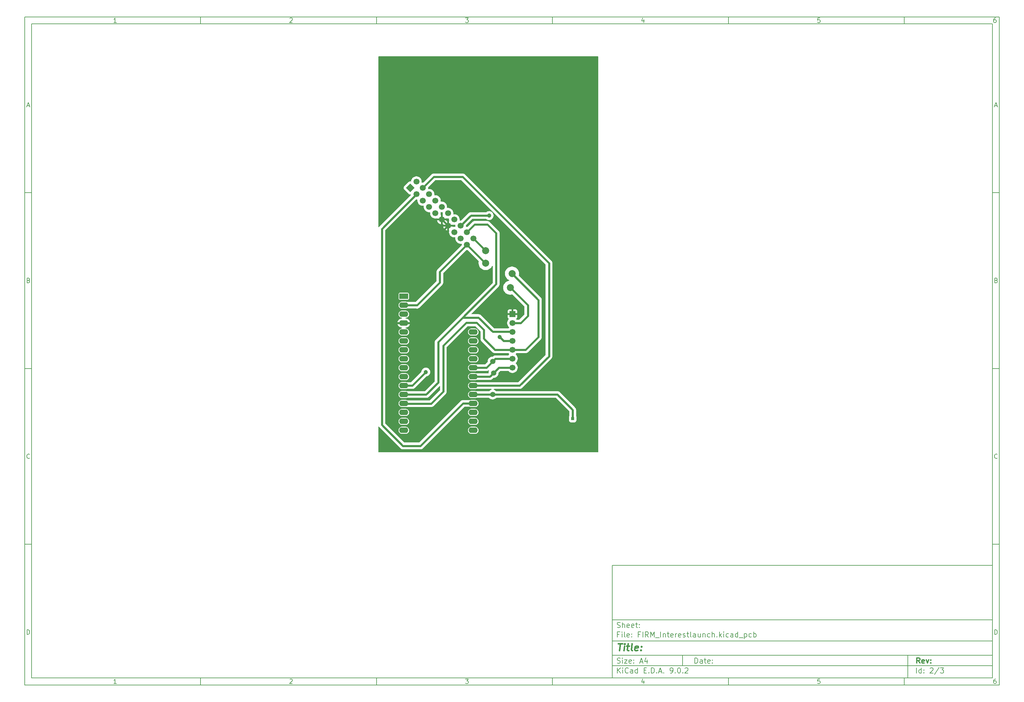
<source format=gbr>
%TF.GenerationSoftware,KiCad,Pcbnew,9.0.2*%
%TF.CreationDate,2025-09-11T00:31:58-04:00*%
%TF.ProjectId,FIRM_Interestlaunch,4649524d-5f49-46e7-9465-726573746c61,rev?*%
%TF.SameCoordinates,Original*%
%TF.FileFunction,Copper,L2,Bot*%
%TF.FilePolarity,Positive*%
%FSLAX46Y46*%
G04 Gerber Fmt 4.6, Leading zero omitted, Abs format (unit mm)*
G04 Created by KiCad (PCBNEW 9.0.2) date 2025-09-11 00:31:58*
%MOMM*%
%LPD*%
G01*
G04 APERTURE LIST*
G04 Aperture macros list*
%AMRoundRect*
0 Rectangle with rounded corners*
0 $1 Rounding radius*
0 $2 $3 $4 $5 $6 $7 $8 $9 X,Y pos of 4 corners*
0 Add a 4 corners polygon primitive as box body*
4,1,4,$2,$3,$4,$5,$6,$7,$8,$9,$2,$3,0*
0 Add four circle primitives for the rounded corners*
1,1,$1+$1,$2,$3*
1,1,$1+$1,$4,$5*
1,1,$1+$1,$6,$7*
1,1,$1+$1,$8,$9*
0 Add four rect primitives between the rounded corners*
20,1,$1+$1,$2,$3,$4,$5,0*
20,1,$1+$1,$4,$5,$6,$7,0*
20,1,$1+$1,$6,$7,$8,$9,0*
20,1,$1+$1,$8,$9,$2,$3,0*%
%AMRotRect*
0 Rectangle, with rotation*
0 The origin of the aperture is its center*
0 $1 length*
0 $2 width*
0 $3 Rotation angle, in degrees counterclockwise*
0 Add horizontal line*
21,1,$1,$2,0,0,$3*%
G04 Aperture macros list end*
%ADD10C,0.100000*%
%ADD11C,0.150000*%
%ADD12C,0.300000*%
%ADD13C,0.400000*%
%TA.AperFunction,ComponentPad*%
%ADD14R,0.850000X0.850000*%
%TD*%
%TA.AperFunction,SMDPad,CuDef*%
%ADD15C,2.000000*%
%TD*%
%TA.AperFunction,ComponentPad*%
%ADD16R,1.700000X1.700000*%
%TD*%
%TA.AperFunction,ComponentPad*%
%ADD17C,1.700000*%
%TD*%
%TA.AperFunction,ComponentPad*%
%ADD18RotRect,1.700000X1.700000X45.000000*%
%TD*%
%TA.AperFunction,ComponentPad*%
%ADD19RoundRect,0.250000X-1.050000X-0.550000X1.050000X-0.550000X1.050000X0.550000X-1.050000X0.550000X0*%
%TD*%
%TA.AperFunction,ComponentPad*%
%ADD20O,2.600000X1.600000*%
%TD*%
%TA.AperFunction,ViaPad*%
%ADD21C,1.500000*%
%TD*%
%TA.AperFunction,ViaPad*%
%ADD22C,1.200000*%
%TD*%
%TA.AperFunction,Conductor*%
%ADD23C,0.600000*%
%TD*%
G04 APERTURE END LIST*
D10*
D11*
X177002200Y-166007200D02*
X285002200Y-166007200D01*
X285002200Y-198007200D01*
X177002200Y-198007200D01*
X177002200Y-166007200D01*
D10*
D11*
X10000000Y-10000000D02*
X287002200Y-10000000D01*
X287002200Y-200007200D01*
X10000000Y-200007200D01*
X10000000Y-10000000D01*
D10*
D11*
X12000000Y-12000000D02*
X285002200Y-12000000D01*
X285002200Y-198007200D01*
X12000000Y-198007200D01*
X12000000Y-12000000D01*
D10*
D11*
X60000000Y-12000000D02*
X60000000Y-10000000D01*
D10*
D11*
X110000000Y-12000000D02*
X110000000Y-10000000D01*
D10*
D11*
X160000000Y-12000000D02*
X160000000Y-10000000D01*
D10*
D11*
X210000000Y-12000000D02*
X210000000Y-10000000D01*
D10*
D11*
X260000000Y-12000000D02*
X260000000Y-10000000D01*
D10*
D11*
X36089160Y-11593604D02*
X35346303Y-11593604D01*
X35717731Y-11593604D02*
X35717731Y-10293604D01*
X35717731Y-10293604D02*
X35593922Y-10479319D01*
X35593922Y-10479319D02*
X35470112Y-10603128D01*
X35470112Y-10603128D02*
X35346303Y-10665033D01*
D10*
D11*
X85346303Y-10417414D02*
X85408207Y-10355509D01*
X85408207Y-10355509D02*
X85532017Y-10293604D01*
X85532017Y-10293604D02*
X85841541Y-10293604D01*
X85841541Y-10293604D02*
X85965350Y-10355509D01*
X85965350Y-10355509D02*
X86027255Y-10417414D01*
X86027255Y-10417414D02*
X86089160Y-10541223D01*
X86089160Y-10541223D02*
X86089160Y-10665033D01*
X86089160Y-10665033D02*
X86027255Y-10850747D01*
X86027255Y-10850747D02*
X85284398Y-11593604D01*
X85284398Y-11593604D02*
X86089160Y-11593604D01*
D10*
D11*
X135284398Y-10293604D02*
X136089160Y-10293604D01*
X136089160Y-10293604D02*
X135655826Y-10788842D01*
X135655826Y-10788842D02*
X135841541Y-10788842D01*
X135841541Y-10788842D02*
X135965350Y-10850747D01*
X135965350Y-10850747D02*
X136027255Y-10912652D01*
X136027255Y-10912652D02*
X136089160Y-11036461D01*
X136089160Y-11036461D02*
X136089160Y-11345985D01*
X136089160Y-11345985D02*
X136027255Y-11469795D01*
X136027255Y-11469795D02*
X135965350Y-11531700D01*
X135965350Y-11531700D02*
X135841541Y-11593604D01*
X135841541Y-11593604D02*
X135470112Y-11593604D01*
X135470112Y-11593604D02*
X135346303Y-11531700D01*
X135346303Y-11531700D02*
X135284398Y-11469795D01*
D10*
D11*
X185965350Y-10726938D02*
X185965350Y-11593604D01*
X185655826Y-10231700D02*
X185346303Y-11160271D01*
X185346303Y-11160271D02*
X186151064Y-11160271D01*
D10*
D11*
X236027255Y-10293604D02*
X235408207Y-10293604D01*
X235408207Y-10293604D02*
X235346303Y-10912652D01*
X235346303Y-10912652D02*
X235408207Y-10850747D01*
X235408207Y-10850747D02*
X235532017Y-10788842D01*
X235532017Y-10788842D02*
X235841541Y-10788842D01*
X235841541Y-10788842D02*
X235965350Y-10850747D01*
X235965350Y-10850747D02*
X236027255Y-10912652D01*
X236027255Y-10912652D02*
X236089160Y-11036461D01*
X236089160Y-11036461D02*
X236089160Y-11345985D01*
X236089160Y-11345985D02*
X236027255Y-11469795D01*
X236027255Y-11469795D02*
X235965350Y-11531700D01*
X235965350Y-11531700D02*
X235841541Y-11593604D01*
X235841541Y-11593604D02*
X235532017Y-11593604D01*
X235532017Y-11593604D02*
X235408207Y-11531700D01*
X235408207Y-11531700D02*
X235346303Y-11469795D01*
D10*
D11*
X285965350Y-10293604D02*
X285717731Y-10293604D01*
X285717731Y-10293604D02*
X285593922Y-10355509D01*
X285593922Y-10355509D02*
X285532017Y-10417414D01*
X285532017Y-10417414D02*
X285408207Y-10603128D01*
X285408207Y-10603128D02*
X285346303Y-10850747D01*
X285346303Y-10850747D02*
X285346303Y-11345985D01*
X285346303Y-11345985D02*
X285408207Y-11469795D01*
X285408207Y-11469795D02*
X285470112Y-11531700D01*
X285470112Y-11531700D02*
X285593922Y-11593604D01*
X285593922Y-11593604D02*
X285841541Y-11593604D01*
X285841541Y-11593604D02*
X285965350Y-11531700D01*
X285965350Y-11531700D02*
X286027255Y-11469795D01*
X286027255Y-11469795D02*
X286089160Y-11345985D01*
X286089160Y-11345985D02*
X286089160Y-11036461D01*
X286089160Y-11036461D02*
X286027255Y-10912652D01*
X286027255Y-10912652D02*
X285965350Y-10850747D01*
X285965350Y-10850747D02*
X285841541Y-10788842D01*
X285841541Y-10788842D02*
X285593922Y-10788842D01*
X285593922Y-10788842D02*
X285470112Y-10850747D01*
X285470112Y-10850747D02*
X285408207Y-10912652D01*
X285408207Y-10912652D02*
X285346303Y-11036461D01*
D10*
D11*
X60000000Y-198007200D02*
X60000000Y-200007200D01*
D10*
D11*
X110000000Y-198007200D02*
X110000000Y-200007200D01*
D10*
D11*
X160000000Y-198007200D02*
X160000000Y-200007200D01*
D10*
D11*
X210000000Y-198007200D02*
X210000000Y-200007200D01*
D10*
D11*
X260000000Y-198007200D02*
X260000000Y-200007200D01*
D10*
D11*
X36089160Y-199600804D02*
X35346303Y-199600804D01*
X35717731Y-199600804D02*
X35717731Y-198300804D01*
X35717731Y-198300804D02*
X35593922Y-198486519D01*
X35593922Y-198486519D02*
X35470112Y-198610328D01*
X35470112Y-198610328D02*
X35346303Y-198672233D01*
D10*
D11*
X85346303Y-198424614D02*
X85408207Y-198362709D01*
X85408207Y-198362709D02*
X85532017Y-198300804D01*
X85532017Y-198300804D02*
X85841541Y-198300804D01*
X85841541Y-198300804D02*
X85965350Y-198362709D01*
X85965350Y-198362709D02*
X86027255Y-198424614D01*
X86027255Y-198424614D02*
X86089160Y-198548423D01*
X86089160Y-198548423D02*
X86089160Y-198672233D01*
X86089160Y-198672233D02*
X86027255Y-198857947D01*
X86027255Y-198857947D02*
X85284398Y-199600804D01*
X85284398Y-199600804D02*
X86089160Y-199600804D01*
D10*
D11*
X135284398Y-198300804D02*
X136089160Y-198300804D01*
X136089160Y-198300804D02*
X135655826Y-198796042D01*
X135655826Y-198796042D02*
X135841541Y-198796042D01*
X135841541Y-198796042D02*
X135965350Y-198857947D01*
X135965350Y-198857947D02*
X136027255Y-198919852D01*
X136027255Y-198919852D02*
X136089160Y-199043661D01*
X136089160Y-199043661D02*
X136089160Y-199353185D01*
X136089160Y-199353185D02*
X136027255Y-199476995D01*
X136027255Y-199476995D02*
X135965350Y-199538900D01*
X135965350Y-199538900D02*
X135841541Y-199600804D01*
X135841541Y-199600804D02*
X135470112Y-199600804D01*
X135470112Y-199600804D02*
X135346303Y-199538900D01*
X135346303Y-199538900D02*
X135284398Y-199476995D01*
D10*
D11*
X185965350Y-198734138D02*
X185965350Y-199600804D01*
X185655826Y-198238900D02*
X185346303Y-199167471D01*
X185346303Y-199167471D02*
X186151064Y-199167471D01*
D10*
D11*
X236027255Y-198300804D02*
X235408207Y-198300804D01*
X235408207Y-198300804D02*
X235346303Y-198919852D01*
X235346303Y-198919852D02*
X235408207Y-198857947D01*
X235408207Y-198857947D02*
X235532017Y-198796042D01*
X235532017Y-198796042D02*
X235841541Y-198796042D01*
X235841541Y-198796042D02*
X235965350Y-198857947D01*
X235965350Y-198857947D02*
X236027255Y-198919852D01*
X236027255Y-198919852D02*
X236089160Y-199043661D01*
X236089160Y-199043661D02*
X236089160Y-199353185D01*
X236089160Y-199353185D02*
X236027255Y-199476995D01*
X236027255Y-199476995D02*
X235965350Y-199538900D01*
X235965350Y-199538900D02*
X235841541Y-199600804D01*
X235841541Y-199600804D02*
X235532017Y-199600804D01*
X235532017Y-199600804D02*
X235408207Y-199538900D01*
X235408207Y-199538900D02*
X235346303Y-199476995D01*
D10*
D11*
X285965350Y-198300804D02*
X285717731Y-198300804D01*
X285717731Y-198300804D02*
X285593922Y-198362709D01*
X285593922Y-198362709D02*
X285532017Y-198424614D01*
X285532017Y-198424614D02*
X285408207Y-198610328D01*
X285408207Y-198610328D02*
X285346303Y-198857947D01*
X285346303Y-198857947D02*
X285346303Y-199353185D01*
X285346303Y-199353185D02*
X285408207Y-199476995D01*
X285408207Y-199476995D02*
X285470112Y-199538900D01*
X285470112Y-199538900D02*
X285593922Y-199600804D01*
X285593922Y-199600804D02*
X285841541Y-199600804D01*
X285841541Y-199600804D02*
X285965350Y-199538900D01*
X285965350Y-199538900D02*
X286027255Y-199476995D01*
X286027255Y-199476995D02*
X286089160Y-199353185D01*
X286089160Y-199353185D02*
X286089160Y-199043661D01*
X286089160Y-199043661D02*
X286027255Y-198919852D01*
X286027255Y-198919852D02*
X285965350Y-198857947D01*
X285965350Y-198857947D02*
X285841541Y-198796042D01*
X285841541Y-198796042D02*
X285593922Y-198796042D01*
X285593922Y-198796042D02*
X285470112Y-198857947D01*
X285470112Y-198857947D02*
X285408207Y-198919852D01*
X285408207Y-198919852D02*
X285346303Y-199043661D01*
D10*
D11*
X10000000Y-60000000D02*
X12000000Y-60000000D01*
D10*
D11*
X10000000Y-110000000D02*
X12000000Y-110000000D01*
D10*
D11*
X10000000Y-160000000D02*
X12000000Y-160000000D01*
D10*
D11*
X10690476Y-35222176D02*
X11309523Y-35222176D01*
X10566666Y-35593604D02*
X10999999Y-34293604D01*
X10999999Y-34293604D02*
X11433333Y-35593604D01*
D10*
D11*
X11092857Y-84912652D02*
X11278571Y-84974557D01*
X11278571Y-84974557D02*
X11340476Y-85036461D01*
X11340476Y-85036461D02*
X11402380Y-85160271D01*
X11402380Y-85160271D02*
X11402380Y-85345985D01*
X11402380Y-85345985D02*
X11340476Y-85469795D01*
X11340476Y-85469795D02*
X11278571Y-85531700D01*
X11278571Y-85531700D02*
X11154761Y-85593604D01*
X11154761Y-85593604D02*
X10659523Y-85593604D01*
X10659523Y-85593604D02*
X10659523Y-84293604D01*
X10659523Y-84293604D02*
X11092857Y-84293604D01*
X11092857Y-84293604D02*
X11216666Y-84355509D01*
X11216666Y-84355509D02*
X11278571Y-84417414D01*
X11278571Y-84417414D02*
X11340476Y-84541223D01*
X11340476Y-84541223D02*
X11340476Y-84665033D01*
X11340476Y-84665033D02*
X11278571Y-84788842D01*
X11278571Y-84788842D02*
X11216666Y-84850747D01*
X11216666Y-84850747D02*
X11092857Y-84912652D01*
X11092857Y-84912652D02*
X10659523Y-84912652D01*
D10*
D11*
X11402380Y-135469795D02*
X11340476Y-135531700D01*
X11340476Y-135531700D02*
X11154761Y-135593604D01*
X11154761Y-135593604D02*
X11030952Y-135593604D01*
X11030952Y-135593604D02*
X10845238Y-135531700D01*
X10845238Y-135531700D02*
X10721428Y-135407890D01*
X10721428Y-135407890D02*
X10659523Y-135284080D01*
X10659523Y-135284080D02*
X10597619Y-135036461D01*
X10597619Y-135036461D02*
X10597619Y-134850747D01*
X10597619Y-134850747D02*
X10659523Y-134603128D01*
X10659523Y-134603128D02*
X10721428Y-134479319D01*
X10721428Y-134479319D02*
X10845238Y-134355509D01*
X10845238Y-134355509D02*
X11030952Y-134293604D01*
X11030952Y-134293604D02*
X11154761Y-134293604D01*
X11154761Y-134293604D02*
X11340476Y-134355509D01*
X11340476Y-134355509D02*
X11402380Y-134417414D01*
D10*
D11*
X10659523Y-185593604D02*
X10659523Y-184293604D01*
X10659523Y-184293604D02*
X10969047Y-184293604D01*
X10969047Y-184293604D02*
X11154761Y-184355509D01*
X11154761Y-184355509D02*
X11278571Y-184479319D01*
X11278571Y-184479319D02*
X11340476Y-184603128D01*
X11340476Y-184603128D02*
X11402380Y-184850747D01*
X11402380Y-184850747D02*
X11402380Y-185036461D01*
X11402380Y-185036461D02*
X11340476Y-185284080D01*
X11340476Y-185284080D02*
X11278571Y-185407890D01*
X11278571Y-185407890D02*
X11154761Y-185531700D01*
X11154761Y-185531700D02*
X10969047Y-185593604D01*
X10969047Y-185593604D02*
X10659523Y-185593604D01*
D10*
D11*
X287002200Y-60000000D02*
X285002200Y-60000000D01*
D10*
D11*
X287002200Y-110000000D02*
X285002200Y-110000000D01*
D10*
D11*
X287002200Y-160000000D02*
X285002200Y-160000000D01*
D10*
D11*
X285692676Y-35222176D02*
X286311723Y-35222176D01*
X285568866Y-35593604D02*
X286002199Y-34293604D01*
X286002199Y-34293604D02*
X286435533Y-35593604D01*
D10*
D11*
X286095057Y-84912652D02*
X286280771Y-84974557D01*
X286280771Y-84974557D02*
X286342676Y-85036461D01*
X286342676Y-85036461D02*
X286404580Y-85160271D01*
X286404580Y-85160271D02*
X286404580Y-85345985D01*
X286404580Y-85345985D02*
X286342676Y-85469795D01*
X286342676Y-85469795D02*
X286280771Y-85531700D01*
X286280771Y-85531700D02*
X286156961Y-85593604D01*
X286156961Y-85593604D02*
X285661723Y-85593604D01*
X285661723Y-85593604D02*
X285661723Y-84293604D01*
X285661723Y-84293604D02*
X286095057Y-84293604D01*
X286095057Y-84293604D02*
X286218866Y-84355509D01*
X286218866Y-84355509D02*
X286280771Y-84417414D01*
X286280771Y-84417414D02*
X286342676Y-84541223D01*
X286342676Y-84541223D02*
X286342676Y-84665033D01*
X286342676Y-84665033D02*
X286280771Y-84788842D01*
X286280771Y-84788842D02*
X286218866Y-84850747D01*
X286218866Y-84850747D02*
X286095057Y-84912652D01*
X286095057Y-84912652D02*
X285661723Y-84912652D01*
D10*
D11*
X286404580Y-135469795D02*
X286342676Y-135531700D01*
X286342676Y-135531700D02*
X286156961Y-135593604D01*
X286156961Y-135593604D02*
X286033152Y-135593604D01*
X286033152Y-135593604D02*
X285847438Y-135531700D01*
X285847438Y-135531700D02*
X285723628Y-135407890D01*
X285723628Y-135407890D02*
X285661723Y-135284080D01*
X285661723Y-135284080D02*
X285599819Y-135036461D01*
X285599819Y-135036461D02*
X285599819Y-134850747D01*
X285599819Y-134850747D02*
X285661723Y-134603128D01*
X285661723Y-134603128D02*
X285723628Y-134479319D01*
X285723628Y-134479319D02*
X285847438Y-134355509D01*
X285847438Y-134355509D02*
X286033152Y-134293604D01*
X286033152Y-134293604D02*
X286156961Y-134293604D01*
X286156961Y-134293604D02*
X286342676Y-134355509D01*
X286342676Y-134355509D02*
X286404580Y-134417414D01*
D10*
D11*
X285661723Y-185593604D02*
X285661723Y-184293604D01*
X285661723Y-184293604D02*
X285971247Y-184293604D01*
X285971247Y-184293604D02*
X286156961Y-184355509D01*
X286156961Y-184355509D02*
X286280771Y-184479319D01*
X286280771Y-184479319D02*
X286342676Y-184603128D01*
X286342676Y-184603128D02*
X286404580Y-184850747D01*
X286404580Y-184850747D02*
X286404580Y-185036461D01*
X286404580Y-185036461D02*
X286342676Y-185284080D01*
X286342676Y-185284080D02*
X286280771Y-185407890D01*
X286280771Y-185407890D02*
X286156961Y-185531700D01*
X286156961Y-185531700D02*
X285971247Y-185593604D01*
X285971247Y-185593604D02*
X285661723Y-185593604D01*
D10*
D11*
X200458026Y-193793328D02*
X200458026Y-192293328D01*
X200458026Y-192293328D02*
X200815169Y-192293328D01*
X200815169Y-192293328D02*
X201029455Y-192364757D01*
X201029455Y-192364757D02*
X201172312Y-192507614D01*
X201172312Y-192507614D02*
X201243741Y-192650471D01*
X201243741Y-192650471D02*
X201315169Y-192936185D01*
X201315169Y-192936185D02*
X201315169Y-193150471D01*
X201315169Y-193150471D02*
X201243741Y-193436185D01*
X201243741Y-193436185D02*
X201172312Y-193579042D01*
X201172312Y-193579042D02*
X201029455Y-193721900D01*
X201029455Y-193721900D02*
X200815169Y-193793328D01*
X200815169Y-193793328D02*
X200458026Y-193793328D01*
X202600884Y-193793328D02*
X202600884Y-193007614D01*
X202600884Y-193007614D02*
X202529455Y-192864757D01*
X202529455Y-192864757D02*
X202386598Y-192793328D01*
X202386598Y-192793328D02*
X202100884Y-192793328D01*
X202100884Y-192793328D02*
X201958026Y-192864757D01*
X202600884Y-193721900D02*
X202458026Y-193793328D01*
X202458026Y-193793328D02*
X202100884Y-193793328D01*
X202100884Y-193793328D02*
X201958026Y-193721900D01*
X201958026Y-193721900D02*
X201886598Y-193579042D01*
X201886598Y-193579042D02*
X201886598Y-193436185D01*
X201886598Y-193436185D02*
X201958026Y-193293328D01*
X201958026Y-193293328D02*
X202100884Y-193221900D01*
X202100884Y-193221900D02*
X202458026Y-193221900D01*
X202458026Y-193221900D02*
X202600884Y-193150471D01*
X203100884Y-192793328D02*
X203672312Y-192793328D01*
X203315169Y-192293328D02*
X203315169Y-193579042D01*
X203315169Y-193579042D02*
X203386598Y-193721900D01*
X203386598Y-193721900D02*
X203529455Y-193793328D01*
X203529455Y-193793328D02*
X203672312Y-193793328D01*
X204743741Y-193721900D02*
X204600884Y-193793328D01*
X204600884Y-193793328D02*
X204315170Y-193793328D01*
X204315170Y-193793328D02*
X204172312Y-193721900D01*
X204172312Y-193721900D02*
X204100884Y-193579042D01*
X204100884Y-193579042D02*
X204100884Y-193007614D01*
X204100884Y-193007614D02*
X204172312Y-192864757D01*
X204172312Y-192864757D02*
X204315170Y-192793328D01*
X204315170Y-192793328D02*
X204600884Y-192793328D01*
X204600884Y-192793328D02*
X204743741Y-192864757D01*
X204743741Y-192864757D02*
X204815170Y-193007614D01*
X204815170Y-193007614D02*
X204815170Y-193150471D01*
X204815170Y-193150471D02*
X204100884Y-193293328D01*
X205458026Y-193650471D02*
X205529455Y-193721900D01*
X205529455Y-193721900D02*
X205458026Y-193793328D01*
X205458026Y-193793328D02*
X205386598Y-193721900D01*
X205386598Y-193721900D02*
X205458026Y-193650471D01*
X205458026Y-193650471D02*
X205458026Y-193793328D01*
X205458026Y-192864757D02*
X205529455Y-192936185D01*
X205529455Y-192936185D02*
X205458026Y-193007614D01*
X205458026Y-193007614D02*
X205386598Y-192936185D01*
X205386598Y-192936185D02*
X205458026Y-192864757D01*
X205458026Y-192864757D02*
X205458026Y-193007614D01*
D10*
D11*
X177002200Y-194507200D02*
X285002200Y-194507200D01*
D10*
D11*
X178458026Y-196593328D02*
X178458026Y-195093328D01*
X179315169Y-196593328D02*
X178672312Y-195736185D01*
X179315169Y-195093328D02*
X178458026Y-195950471D01*
X179958026Y-196593328D02*
X179958026Y-195593328D01*
X179958026Y-195093328D02*
X179886598Y-195164757D01*
X179886598Y-195164757D02*
X179958026Y-195236185D01*
X179958026Y-195236185D02*
X180029455Y-195164757D01*
X180029455Y-195164757D02*
X179958026Y-195093328D01*
X179958026Y-195093328D02*
X179958026Y-195236185D01*
X181529455Y-196450471D02*
X181458027Y-196521900D01*
X181458027Y-196521900D02*
X181243741Y-196593328D01*
X181243741Y-196593328D02*
X181100884Y-196593328D01*
X181100884Y-196593328D02*
X180886598Y-196521900D01*
X180886598Y-196521900D02*
X180743741Y-196379042D01*
X180743741Y-196379042D02*
X180672312Y-196236185D01*
X180672312Y-196236185D02*
X180600884Y-195950471D01*
X180600884Y-195950471D02*
X180600884Y-195736185D01*
X180600884Y-195736185D02*
X180672312Y-195450471D01*
X180672312Y-195450471D02*
X180743741Y-195307614D01*
X180743741Y-195307614D02*
X180886598Y-195164757D01*
X180886598Y-195164757D02*
X181100884Y-195093328D01*
X181100884Y-195093328D02*
X181243741Y-195093328D01*
X181243741Y-195093328D02*
X181458027Y-195164757D01*
X181458027Y-195164757D02*
X181529455Y-195236185D01*
X182815170Y-196593328D02*
X182815170Y-195807614D01*
X182815170Y-195807614D02*
X182743741Y-195664757D01*
X182743741Y-195664757D02*
X182600884Y-195593328D01*
X182600884Y-195593328D02*
X182315170Y-195593328D01*
X182315170Y-195593328D02*
X182172312Y-195664757D01*
X182815170Y-196521900D02*
X182672312Y-196593328D01*
X182672312Y-196593328D02*
X182315170Y-196593328D01*
X182315170Y-196593328D02*
X182172312Y-196521900D01*
X182172312Y-196521900D02*
X182100884Y-196379042D01*
X182100884Y-196379042D02*
X182100884Y-196236185D01*
X182100884Y-196236185D02*
X182172312Y-196093328D01*
X182172312Y-196093328D02*
X182315170Y-196021900D01*
X182315170Y-196021900D02*
X182672312Y-196021900D01*
X182672312Y-196021900D02*
X182815170Y-195950471D01*
X184172313Y-196593328D02*
X184172313Y-195093328D01*
X184172313Y-196521900D02*
X184029455Y-196593328D01*
X184029455Y-196593328D02*
X183743741Y-196593328D01*
X183743741Y-196593328D02*
X183600884Y-196521900D01*
X183600884Y-196521900D02*
X183529455Y-196450471D01*
X183529455Y-196450471D02*
X183458027Y-196307614D01*
X183458027Y-196307614D02*
X183458027Y-195879042D01*
X183458027Y-195879042D02*
X183529455Y-195736185D01*
X183529455Y-195736185D02*
X183600884Y-195664757D01*
X183600884Y-195664757D02*
X183743741Y-195593328D01*
X183743741Y-195593328D02*
X184029455Y-195593328D01*
X184029455Y-195593328D02*
X184172313Y-195664757D01*
X186029455Y-195807614D02*
X186529455Y-195807614D01*
X186743741Y-196593328D02*
X186029455Y-196593328D01*
X186029455Y-196593328D02*
X186029455Y-195093328D01*
X186029455Y-195093328D02*
X186743741Y-195093328D01*
X187386598Y-196450471D02*
X187458027Y-196521900D01*
X187458027Y-196521900D02*
X187386598Y-196593328D01*
X187386598Y-196593328D02*
X187315170Y-196521900D01*
X187315170Y-196521900D02*
X187386598Y-196450471D01*
X187386598Y-196450471D02*
X187386598Y-196593328D01*
X188100884Y-196593328D02*
X188100884Y-195093328D01*
X188100884Y-195093328D02*
X188458027Y-195093328D01*
X188458027Y-195093328D02*
X188672313Y-195164757D01*
X188672313Y-195164757D02*
X188815170Y-195307614D01*
X188815170Y-195307614D02*
X188886599Y-195450471D01*
X188886599Y-195450471D02*
X188958027Y-195736185D01*
X188958027Y-195736185D02*
X188958027Y-195950471D01*
X188958027Y-195950471D02*
X188886599Y-196236185D01*
X188886599Y-196236185D02*
X188815170Y-196379042D01*
X188815170Y-196379042D02*
X188672313Y-196521900D01*
X188672313Y-196521900D02*
X188458027Y-196593328D01*
X188458027Y-196593328D02*
X188100884Y-196593328D01*
X189600884Y-196450471D02*
X189672313Y-196521900D01*
X189672313Y-196521900D02*
X189600884Y-196593328D01*
X189600884Y-196593328D02*
X189529456Y-196521900D01*
X189529456Y-196521900D02*
X189600884Y-196450471D01*
X189600884Y-196450471D02*
X189600884Y-196593328D01*
X190243742Y-196164757D02*
X190958028Y-196164757D01*
X190100885Y-196593328D02*
X190600885Y-195093328D01*
X190600885Y-195093328D02*
X191100885Y-196593328D01*
X191600884Y-196450471D02*
X191672313Y-196521900D01*
X191672313Y-196521900D02*
X191600884Y-196593328D01*
X191600884Y-196593328D02*
X191529456Y-196521900D01*
X191529456Y-196521900D02*
X191600884Y-196450471D01*
X191600884Y-196450471D02*
X191600884Y-196593328D01*
X193529456Y-196593328D02*
X193815170Y-196593328D01*
X193815170Y-196593328D02*
X193958027Y-196521900D01*
X193958027Y-196521900D02*
X194029456Y-196450471D01*
X194029456Y-196450471D02*
X194172313Y-196236185D01*
X194172313Y-196236185D02*
X194243742Y-195950471D01*
X194243742Y-195950471D02*
X194243742Y-195379042D01*
X194243742Y-195379042D02*
X194172313Y-195236185D01*
X194172313Y-195236185D02*
X194100885Y-195164757D01*
X194100885Y-195164757D02*
X193958027Y-195093328D01*
X193958027Y-195093328D02*
X193672313Y-195093328D01*
X193672313Y-195093328D02*
X193529456Y-195164757D01*
X193529456Y-195164757D02*
X193458027Y-195236185D01*
X193458027Y-195236185D02*
X193386599Y-195379042D01*
X193386599Y-195379042D02*
X193386599Y-195736185D01*
X193386599Y-195736185D02*
X193458027Y-195879042D01*
X193458027Y-195879042D02*
X193529456Y-195950471D01*
X193529456Y-195950471D02*
X193672313Y-196021900D01*
X193672313Y-196021900D02*
X193958027Y-196021900D01*
X193958027Y-196021900D02*
X194100885Y-195950471D01*
X194100885Y-195950471D02*
X194172313Y-195879042D01*
X194172313Y-195879042D02*
X194243742Y-195736185D01*
X194886598Y-196450471D02*
X194958027Y-196521900D01*
X194958027Y-196521900D02*
X194886598Y-196593328D01*
X194886598Y-196593328D02*
X194815170Y-196521900D01*
X194815170Y-196521900D02*
X194886598Y-196450471D01*
X194886598Y-196450471D02*
X194886598Y-196593328D01*
X195886599Y-195093328D02*
X196029456Y-195093328D01*
X196029456Y-195093328D02*
X196172313Y-195164757D01*
X196172313Y-195164757D02*
X196243742Y-195236185D01*
X196243742Y-195236185D02*
X196315170Y-195379042D01*
X196315170Y-195379042D02*
X196386599Y-195664757D01*
X196386599Y-195664757D02*
X196386599Y-196021900D01*
X196386599Y-196021900D02*
X196315170Y-196307614D01*
X196315170Y-196307614D02*
X196243742Y-196450471D01*
X196243742Y-196450471D02*
X196172313Y-196521900D01*
X196172313Y-196521900D02*
X196029456Y-196593328D01*
X196029456Y-196593328D02*
X195886599Y-196593328D01*
X195886599Y-196593328D02*
X195743742Y-196521900D01*
X195743742Y-196521900D02*
X195672313Y-196450471D01*
X195672313Y-196450471D02*
X195600884Y-196307614D01*
X195600884Y-196307614D02*
X195529456Y-196021900D01*
X195529456Y-196021900D02*
X195529456Y-195664757D01*
X195529456Y-195664757D02*
X195600884Y-195379042D01*
X195600884Y-195379042D02*
X195672313Y-195236185D01*
X195672313Y-195236185D02*
X195743742Y-195164757D01*
X195743742Y-195164757D02*
X195886599Y-195093328D01*
X197029455Y-196450471D02*
X197100884Y-196521900D01*
X197100884Y-196521900D02*
X197029455Y-196593328D01*
X197029455Y-196593328D02*
X196958027Y-196521900D01*
X196958027Y-196521900D02*
X197029455Y-196450471D01*
X197029455Y-196450471D02*
X197029455Y-196593328D01*
X197672313Y-195236185D02*
X197743741Y-195164757D01*
X197743741Y-195164757D02*
X197886599Y-195093328D01*
X197886599Y-195093328D02*
X198243741Y-195093328D01*
X198243741Y-195093328D02*
X198386599Y-195164757D01*
X198386599Y-195164757D02*
X198458027Y-195236185D01*
X198458027Y-195236185D02*
X198529456Y-195379042D01*
X198529456Y-195379042D02*
X198529456Y-195521900D01*
X198529456Y-195521900D02*
X198458027Y-195736185D01*
X198458027Y-195736185D02*
X197600884Y-196593328D01*
X197600884Y-196593328D02*
X198529456Y-196593328D01*
D10*
D11*
X177002200Y-191507200D02*
X285002200Y-191507200D01*
D10*
D12*
X264413853Y-193785528D02*
X263913853Y-193071242D01*
X263556710Y-193785528D02*
X263556710Y-192285528D01*
X263556710Y-192285528D02*
X264128139Y-192285528D01*
X264128139Y-192285528D02*
X264270996Y-192356957D01*
X264270996Y-192356957D02*
X264342425Y-192428385D01*
X264342425Y-192428385D02*
X264413853Y-192571242D01*
X264413853Y-192571242D02*
X264413853Y-192785528D01*
X264413853Y-192785528D02*
X264342425Y-192928385D01*
X264342425Y-192928385D02*
X264270996Y-192999814D01*
X264270996Y-192999814D02*
X264128139Y-193071242D01*
X264128139Y-193071242D02*
X263556710Y-193071242D01*
X265628139Y-193714100D02*
X265485282Y-193785528D01*
X265485282Y-193785528D02*
X265199568Y-193785528D01*
X265199568Y-193785528D02*
X265056710Y-193714100D01*
X265056710Y-193714100D02*
X264985282Y-193571242D01*
X264985282Y-193571242D02*
X264985282Y-192999814D01*
X264985282Y-192999814D02*
X265056710Y-192856957D01*
X265056710Y-192856957D02*
X265199568Y-192785528D01*
X265199568Y-192785528D02*
X265485282Y-192785528D01*
X265485282Y-192785528D02*
X265628139Y-192856957D01*
X265628139Y-192856957D02*
X265699568Y-192999814D01*
X265699568Y-192999814D02*
X265699568Y-193142671D01*
X265699568Y-193142671D02*
X264985282Y-193285528D01*
X266199567Y-192785528D02*
X266556710Y-193785528D01*
X266556710Y-193785528D02*
X266913853Y-192785528D01*
X267485281Y-193642671D02*
X267556710Y-193714100D01*
X267556710Y-193714100D02*
X267485281Y-193785528D01*
X267485281Y-193785528D02*
X267413853Y-193714100D01*
X267413853Y-193714100D02*
X267485281Y-193642671D01*
X267485281Y-193642671D02*
X267485281Y-193785528D01*
X267485281Y-192856957D02*
X267556710Y-192928385D01*
X267556710Y-192928385D02*
X267485281Y-192999814D01*
X267485281Y-192999814D02*
X267413853Y-192928385D01*
X267413853Y-192928385D02*
X267485281Y-192856957D01*
X267485281Y-192856957D02*
X267485281Y-192999814D01*
D10*
D11*
X178386598Y-193721900D02*
X178600884Y-193793328D01*
X178600884Y-193793328D02*
X178958026Y-193793328D01*
X178958026Y-193793328D02*
X179100884Y-193721900D01*
X179100884Y-193721900D02*
X179172312Y-193650471D01*
X179172312Y-193650471D02*
X179243741Y-193507614D01*
X179243741Y-193507614D02*
X179243741Y-193364757D01*
X179243741Y-193364757D02*
X179172312Y-193221900D01*
X179172312Y-193221900D02*
X179100884Y-193150471D01*
X179100884Y-193150471D02*
X178958026Y-193079042D01*
X178958026Y-193079042D02*
X178672312Y-193007614D01*
X178672312Y-193007614D02*
X178529455Y-192936185D01*
X178529455Y-192936185D02*
X178458026Y-192864757D01*
X178458026Y-192864757D02*
X178386598Y-192721900D01*
X178386598Y-192721900D02*
X178386598Y-192579042D01*
X178386598Y-192579042D02*
X178458026Y-192436185D01*
X178458026Y-192436185D02*
X178529455Y-192364757D01*
X178529455Y-192364757D02*
X178672312Y-192293328D01*
X178672312Y-192293328D02*
X179029455Y-192293328D01*
X179029455Y-192293328D02*
X179243741Y-192364757D01*
X179886597Y-193793328D02*
X179886597Y-192793328D01*
X179886597Y-192293328D02*
X179815169Y-192364757D01*
X179815169Y-192364757D02*
X179886597Y-192436185D01*
X179886597Y-192436185D02*
X179958026Y-192364757D01*
X179958026Y-192364757D02*
X179886597Y-192293328D01*
X179886597Y-192293328D02*
X179886597Y-192436185D01*
X180458026Y-192793328D02*
X181243741Y-192793328D01*
X181243741Y-192793328D02*
X180458026Y-193793328D01*
X180458026Y-193793328D02*
X181243741Y-193793328D01*
X182386598Y-193721900D02*
X182243741Y-193793328D01*
X182243741Y-193793328D02*
X181958027Y-193793328D01*
X181958027Y-193793328D02*
X181815169Y-193721900D01*
X181815169Y-193721900D02*
X181743741Y-193579042D01*
X181743741Y-193579042D02*
X181743741Y-193007614D01*
X181743741Y-193007614D02*
X181815169Y-192864757D01*
X181815169Y-192864757D02*
X181958027Y-192793328D01*
X181958027Y-192793328D02*
X182243741Y-192793328D01*
X182243741Y-192793328D02*
X182386598Y-192864757D01*
X182386598Y-192864757D02*
X182458027Y-193007614D01*
X182458027Y-193007614D02*
X182458027Y-193150471D01*
X182458027Y-193150471D02*
X181743741Y-193293328D01*
X183100883Y-193650471D02*
X183172312Y-193721900D01*
X183172312Y-193721900D02*
X183100883Y-193793328D01*
X183100883Y-193793328D02*
X183029455Y-193721900D01*
X183029455Y-193721900D02*
X183100883Y-193650471D01*
X183100883Y-193650471D02*
X183100883Y-193793328D01*
X183100883Y-192864757D02*
X183172312Y-192936185D01*
X183172312Y-192936185D02*
X183100883Y-193007614D01*
X183100883Y-193007614D02*
X183029455Y-192936185D01*
X183029455Y-192936185D02*
X183100883Y-192864757D01*
X183100883Y-192864757D02*
X183100883Y-193007614D01*
X184886598Y-193364757D02*
X185600884Y-193364757D01*
X184743741Y-193793328D02*
X185243741Y-192293328D01*
X185243741Y-192293328D02*
X185743741Y-193793328D01*
X186886598Y-192793328D02*
X186886598Y-193793328D01*
X186529455Y-192221900D02*
X186172312Y-193293328D01*
X186172312Y-193293328D02*
X187100883Y-193293328D01*
D10*
D11*
X263458026Y-196593328D02*
X263458026Y-195093328D01*
X264815170Y-196593328D02*
X264815170Y-195093328D01*
X264815170Y-196521900D02*
X264672312Y-196593328D01*
X264672312Y-196593328D02*
X264386598Y-196593328D01*
X264386598Y-196593328D02*
X264243741Y-196521900D01*
X264243741Y-196521900D02*
X264172312Y-196450471D01*
X264172312Y-196450471D02*
X264100884Y-196307614D01*
X264100884Y-196307614D02*
X264100884Y-195879042D01*
X264100884Y-195879042D02*
X264172312Y-195736185D01*
X264172312Y-195736185D02*
X264243741Y-195664757D01*
X264243741Y-195664757D02*
X264386598Y-195593328D01*
X264386598Y-195593328D02*
X264672312Y-195593328D01*
X264672312Y-195593328D02*
X264815170Y-195664757D01*
X265529455Y-196450471D02*
X265600884Y-196521900D01*
X265600884Y-196521900D02*
X265529455Y-196593328D01*
X265529455Y-196593328D02*
X265458027Y-196521900D01*
X265458027Y-196521900D02*
X265529455Y-196450471D01*
X265529455Y-196450471D02*
X265529455Y-196593328D01*
X265529455Y-195664757D02*
X265600884Y-195736185D01*
X265600884Y-195736185D02*
X265529455Y-195807614D01*
X265529455Y-195807614D02*
X265458027Y-195736185D01*
X265458027Y-195736185D02*
X265529455Y-195664757D01*
X265529455Y-195664757D02*
X265529455Y-195807614D01*
X267315170Y-195236185D02*
X267386598Y-195164757D01*
X267386598Y-195164757D02*
X267529456Y-195093328D01*
X267529456Y-195093328D02*
X267886598Y-195093328D01*
X267886598Y-195093328D02*
X268029456Y-195164757D01*
X268029456Y-195164757D02*
X268100884Y-195236185D01*
X268100884Y-195236185D02*
X268172313Y-195379042D01*
X268172313Y-195379042D02*
X268172313Y-195521900D01*
X268172313Y-195521900D02*
X268100884Y-195736185D01*
X268100884Y-195736185D02*
X267243741Y-196593328D01*
X267243741Y-196593328D02*
X268172313Y-196593328D01*
X269886598Y-195021900D02*
X268600884Y-196950471D01*
X270243741Y-195093328D02*
X271172313Y-195093328D01*
X271172313Y-195093328D02*
X270672313Y-195664757D01*
X270672313Y-195664757D02*
X270886598Y-195664757D01*
X270886598Y-195664757D02*
X271029456Y-195736185D01*
X271029456Y-195736185D02*
X271100884Y-195807614D01*
X271100884Y-195807614D02*
X271172313Y-195950471D01*
X271172313Y-195950471D02*
X271172313Y-196307614D01*
X271172313Y-196307614D02*
X271100884Y-196450471D01*
X271100884Y-196450471D02*
X271029456Y-196521900D01*
X271029456Y-196521900D02*
X270886598Y-196593328D01*
X270886598Y-196593328D02*
X270458027Y-196593328D01*
X270458027Y-196593328D02*
X270315170Y-196521900D01*
X270315170Y-196521900D02*
X270243741Y-196450471D01*
D10*
D11*
X177002200Y-187507200D02*
X285002200Y-187507200D01*
D10*
D13*
X178693928Y-188211638D02*
X179836785Y-188211638D01*
X179015357Y-190211638D02*
X179265357Y-188211638D01*
X180253452Y-190211638D02*
X180420119Y-188878304D01*
X180503452Y-188211638D02*
X180396309Y-188306876D01*
X180396309Y-188306876D02*
X180479643Y-188402114D01*
X180479643Y-188402114D02*
X180586786Y-188306876D01*
X180586786Y-188306876D02*
X180503452Y-188211638D01*
X180503452Y-188211638D02*
X180479643Y-188402114D01*
X181086786Y-188878304D02*
X181848690Y-188878304D01*
X181455833Y-188211638D02*
X181241548Y-189925923D01*
X181241548Y-189925923D02*
X181312976Y-190116400D01*
X181312976Y-190116400D02*
X181491548Y-190211638D01*
X181491548Y-190211638D02*
X181682024Y-190211638D01*
X182634405Y-190211638D02*
X182455833Y-190116400D01*
X182455833Y-190116400D02*
X182384405Y-189925923D01*
X182384405Y-189925923D02*
X182598690Y-188211638D01*
X184170119Y-190116400D02*
X183967738Y-190211638D01*
X183967738Y-190211638D02*
X183586785Y-190211638D01*
X183586785Y-190211638D02*
X183408214Y-190116400D01*
X183408214Y-190116400D02*
X183336785Y-189925923D01*
X183336785Y-189925923D02*
X183432024Y-189164019D01*
X183432024Y-189164019D02*
X183551071Y-188973542D01*
X183551071Y-188973542D02*
X183753452Y-188878304D01*
X183753452Y-188878304D02*
X184134404Y-188878304D01*
X184134404Y-188878304D02*
X184312976Y-188973542D01*
X184312976Y-188973542D02*
X184384404Y-189164019D01*
X184384404Y-189164019D02*
X184360595Y-189354495D01*
X184360595Y-189354495D02*
X183384404Y-189544971D01*
X185134405Y-190021161D02*
X185217738Y-190116400D01*
X185217738Y-190116400D02*
X185110595Y-190211638D01*
X185110595Y-190211638D02*
X185027262Y-190116400D01*
X185027262Y-190116400D02*
X185134405Y-190021161D01*
X185134405Y-190021161D02*
X185110595Y-190211638D01*
X185265357Y-188973542D02*
X185348690Y-189068780D01*
X185348690Y-189068780D02*
X185241548Y-189164019D01*
X185241548Y-189164019D02*
X185158214Y-189068780D01*
X185158214Y-189068780D02*
X185265357Y-188973542D01*
X185265357Y-188973542D02*
X185241548Y-189164019D01*
D10*
D11*
X178958026Y-185607614D02*
X178458026Y-185607614D01*
X178458026Y-186393328D02*
X178458026Y-184893328D01*
X178458026Y-184893328D02*
X179172312Y-184893328D01*
X179743740Y-186393328D02*
X179743740Y-185393328D01*
X179743740Y-184893328D02*
X179672312Y-184964757D01*
X179672312Y-184964757D02*
X179743740Y-185036185D01*
X179743740Y-185036185D02*
X179815169Y-184964757D01*
X179815169Y-184964757D02*
X179743740Y-184893328D01*
X179743740Y-184893328D02*
X179743740Y-185036185D01*
X180672312Y-186393328D02*
X180529455Y-186321900D01*
X180529455Y-186321900D02*
X180458026Y-186179042D01*
X180458026Y-186179042D02*
X180458026Y-184893328D01*
X181815169Y-186321900D02*
X181672312Y-186393328D01*
X181672312Y-186393328D02*
X181386598Y-186393328D01*
X181386598Y-186393328D02*
X181243740Y-186321900D01*
X181243740Y-186321900D02*
X181172312Y-186179042D01*
X181172312Y-186179042D02*
X181172312Y-185607614D01*
X181172312Y-185607614D02*
X181243740Y-185464757D01*
X181243740Y-185464757D02*
X181386598Y-185393328D01*
X181386598Y-185393328D02*
X181672312Y-185393328D01*
X181672312Y-185393328D02*
X181815169Y-185464757D01*
X181815169Y-185464757D02*
X181886598Y-185607614D01*
X181886598Y-185607614D02*
X181886598Y-185750471D01*
X181886598Y-185750471D02*
X181172312Y-185893328D01*
X182529454Y-186250471D02*
X182600883Y-186321900D01*
X182600883Y-186321900D02*
X182529454Y-186393328D01*
X182529454Y-186393328D02*
X182458026Y-186321900D01*
X182458026Y-186321900D02*
X182529454Y-186250471D01*
X182529454Y-186250471D02*
X182529454Y-186393328D01*
X182529454Y-185464757D02*
X182600883Y-185536185D01*
X182600883Y-185536185D02*
X182529454Y-185607614D01*
X182529454Y-185607614D02*
X182458026Y-185536185D01*
X182458026Y-185536185D02*
X182529454Y-185464757D01*
X182529454Y-185464757D02*
X182529454Y-185607614D01*
X184886597Y-185607614D02*
X184386597Y-185607614D01*
X184386597Y-186393328D02*
X184386597Y-184893328D01*
X184386597Y-184893328D02*
X185100883Y-184893328D01*
X185672311Y-186393328D02*
X185672311Y-184893328D01*
X187243740Y-186393328D02*
X186743740Y-185679042D01*
X186386597Y-186393328D02*
X186386597Y-184893328D01*
X186386597Y-184893328D02*
X186958026Y-184893328D01*
X186958026Y-184893328D02*
X187100883Y-184964757D01*
X187100883Y-184964757D02*
X187172312Y-185036185D01*
X187172312Y-185036185D02*
X187243740Y-185179042D01*
X187243740Y-185179042D02*
X187243740Y-185393328D01*
X187243740Y-185393328D02*
X187172312Y-185536185D01*
X187172312Y-185536185D02*
X187100883Y-185607614D01*
X187100883Y-185607614D02*
X186958026Y-185679042D01*
X186958026Y-185679042D02*
X186386597Y-185679042D01*
X187886597Y-186393328D02*
X187886597Y-184893328D01*
X187886597Y-184893328D02*
X188386597Y-185964757D01*
X188386597Y-185964757D02*
X188886597Y-184893328D01*
X188886597Y-184893328D02*
X188886597Y-186393328D01*
X189243741Y-186536185D02*
X190386598Y-186536185D01*
X190743740Y-186393328D02*
X190743740Y-184893328D01*
X191458026Y-185393328D02*
X191458026Y-186393328D01*
X191458026Y-185536185D02*
X191529455Y-185464757D01*
X191529455Y-185464757D02*
X191672312Y-185393328D01*
X191672312Y-185393328D02*
X191886598Y-185393328D01*
X191886598Y-185393328D02*
X192029455Y-185464757D01*
X192029455Y-185464757D02*
X192100884Y-185607614D01*
X192100884Y-185607614D02*
X192100884Y-186393328D01*
X192600884Y-185393328D02*
X193172312Y-185393328D01*
X192815169Y-184893328D02*
X192815169Y-186179042D01*
X192815169Y-186179042D02*
X192886598Y-186321900D01*
X192886598Y-186321900D02*
X193029455Y-186393328D01*
X193029455Y-186393328D02*
X193172312Y-186393328D01*
X194243741Y-186321900D02*
X194100884Y-186393328D01*
X194100884Y-186393328D02*
X193815170Y-186393328D01*
X193815170Y-186393328D02*
X193672312Y-186321900D01*
X193672312Y-186321900D02*
X193600884Y-186179042D01*
X193600884Y-186179042D02*
X193600884Y-185607614D01*
X193600884Y-185607614D02*
X193672312Y-185464757D01*
X193672312Y-185464757D02*
X193815170Y-185393328D01*
X193815170Y-185393328D02*
X194100884Y-185393328D01*
X194100884Y-185393328D02*
X194243741Y-185464757D01*
X194243741Y-185464757D02*
X194315170Y-185607614D01*
X194315170Y-185607614D02*
X194315170Y-185750471D01*
X194315170Y-185750471D02*
X193600884Y-185893328D01*
X194958026Y-186393328D02*
X194958026Y-185393328D01*
X194958026Y-185679042D02*
X195029455Y-185536185D01*
X195029455Y-185536185D02*
X195100884Y-185464757D01*
X195100884Y-185464757D02*
X195243741Y-185393328D01*
X195243741Y-185393328D02*
X195386598Y-185393328D01*
X196458026Y-186321900D02*
X196315169Y-186393328D01*
X196315169Y-186393328D02*
X196029455Y-186393328D01*
X196029455Y-186393328D02*
X195886597Y-186321900D01*
X195886597Y-186321900D02*
X195815169Y-186179042D01*
X195815169Y-186179042D02*
X195815169Y-185607614D01*
X195815169Y-185607614D02*
X195886597Y-185464757D01*
X195886597Y-185464757D02*
X196029455Y-185393328D01*
X196029455Y-185393328D02*
X196315169Y-185393328D01*
X196315169Y-185393328D02*
X196458026Y-185464757D01*
X196458026Y-185464757D02*
X196529455Y-185607614D01*
X196529455Y-185607614D02*
X196529455Y-185750471D01*
X196529455Y-185750471D02*
X195815169Y-185893328D01*
X197100883Y-186321900D02*
X197243740Y-186393328D01*
X197243740Y-186393328D02*
X197529454Y-186393328D01*
X197529454Y-186393328D02*
X197672311Y-186321900D01*
X197672311Y-186321900D02*
X197743740Y-186179042D01*
X197743740Y-186179042D02*
X197743740Y-186107614D01*
X197743740Y-186107614D02*
X197672311Y-185964757D01*
X197672311Y-185964757D02*
X197529454Y-185893328D01*
X197529454Y-185893328D02*
X197315169Y-185893328D01*
X197315169Y-185893328D02*
X197172311Y-185821900D01*
X197172311Y-185821900D02*
X197100883Y-185679042D01*
X197100883Y-185679042D02*
X197100883Y-185607614D01*
X197100883Y-185607614D02*
X197172311Y-185464757D01*
X197172311Y-185464757D02*
X197315169Y-185393328D01*
X197315169Y-185393328D02*
X197529454Y-185393328D01*
X197529454Y-185393328D02*
X197672311Y-185464757D01*
X198172312Y-185393328D02*
X198743740Y-185393328D01*
X198386597Y-184893328D02*
X198386597Y-186179042D01*
X198386597Y-186179042D02*
X198458026Y-186321900D01*
X198458026Y-186321900D02*
X198600883Y-186393328D01*
X198600883Y-186393328D02*
X198743740Y-186393328D01*
X199458026Y-186393328D02*
X199315169Y-186321900D01*
X199315169Y-186321900D02*
X199243740Y-186179042D01*
X199243740Y-186179042D02*
X199243740Y-184893328D01*
X200672312Y-186393328D02*
X200672312Y-185607614D01*
X200672312Y-185607614D02*
X200600883Y-185464757D01*
X200600883Y-185464757D02*
X200458026Y-185393328D01*
X200458026Y-185393328D02*
X200172312Y-185393328D01*
X200172312Y-185393328D02*
X200029454Y-185464757D01*
X200672312Y-186321900D02*
X200529454Y-186393328D01*
X200529454Y-186393328D02*
X200172312Y-186393328D01*
X200172312Y-186393328D02*
X200029454Y-186321900D01*
X200029454Y-186321900D02*
X199958026Y-186179042D01*
X199958026Y-186179042D02*
X199958026Y-186036185D01*
X199958026Y-186036185D02*
X200029454Y-185893328D01*
X200029454Y-185893328D02*
X200172312Y-185821900D01*
X200172312Y-185821900D02*
X200529454Y-185821900D01*
X200529454Y-185821900D02*
X200672312Y-185750471D01*
X202029455Y-185393328D02*
X202029455Y-186393328D01*
X201386597Y-185393328D02*
X201386597Y-186179042D01*
X201386597Y-186179042D02*
X201458026Y-186321900D01*
X201458026Y-186321900D02*
X201600883Y-186393328D01*
X201600883Y-186393328D02*
X201815169Y-186393328D01*
X201815169Y-186393328D02*
X201958026Y-186321900D01*
X201958026Y-186321900D02*
X202029455Y-186250471D01*
X202743740Y-185393328D02*
X202743740Y-186393328D01*
X202743740Y-185536185D02*
X202815169Y-185464757D01*
X202815169Y-185464757D02*
X202958026Y-185393328D01*
X202958026Y-185393328D02*
X203172312Y-185393328D01*
X203172312Y-185393328D02*
X203315169Y-185464757D01*
X203315169Y-185464757D02*
X203386598Y-185607614D01*
X203386598Y-185607614D02*
X203386598Y-186393328D01*
X204743741Y-186321900D02*
X204600883Y-186393328D01*
X204600883Y-186393328D02*
X204315169Y-186393328D01*
X204315169Y-186393328D02*
X204172312Y-186321900D01*
X204172312Y-186321900D02*
X204100883Y-186250471D01*
X204100883Y-186250471D02*
X204029455Y-186107614D01*
X204029455Y-186107614D02*
X204029455Y-185679042D01*
X204029455Y-185679042D02*
X204100883Y-185536185D01*
X204100883Y-185536185D02*
X204172312Y-185464757D01*
X204172312Y-185464757D02*
X204315169Y-185393328D01*
X204315169Y-185393328D02*
X204600883Y-185393328D01*
X204600883Y-185393328D02*
X204743741Y-185464757D01*
X205386597Y-186393328D02*
X205386597Y-184893328D01*
X206029455Y-186393328D02*
X206029455Y-185607614D01*
X206029455Y-185607614D02*
X205958026Y-185464757D01*
X205958026Y-185464757D02*
X205815169Y-185393328D01*
X205815169Y-185393328D02*
X205600883Y-185393328D01*
X205600883Y-185393328D02*
X205458026Y-185464757D01*
X205458026Y-185464757D02*
X205386597Y-185536185D01*
X206743740Y-186250471D02*
X206815169Y-186321900D01*
X206815169Y-186321900D02*
X206743740Y-186393328D01*
X206743740Y-186393328D02*
X206672312Y-186321900D01*
X206672312Y-186321900D02*
X206743740Y-186250471D01*
X206743740Y-186250471D02*
X206743740Y-186393328D01*
X207458026Y-186393328D02*
X207458026Y-184893328D01*
X207600884Y-185821900D02*
X208029455Y-186393328D01*
X208029455Y-185393328D02*
X207458026Y-185964757D01*
X208672312Y-186393328D02*
X208672312Y-185393328D01*
X208672312Y-184893328D02*
X208600884Y-184964757D01*
X208600884Y-184964757D02*
X208672312Y-185036185D01*
X208672312Y-185036185D02*
X208743741Y-184964757D01*
X208743741Y-184964757D02*
X208672312Y-184893328D01*
X208672312Y-184893328D02*
X208672312Y-185036185D01*
X210029456Y-186321900D02*
X209886598Y-186393328D01*
X209886598Y-186393328D02*
X209600884Y-186393328D01*
X209600884Y-186393328D02*
X209458027Y-186321900D01*
X209458027Y-186321900D02*
X209386598Y-186250471D01*
X209386598Y-186250471D02*
X209315170Y-186107614D01*
X209315170Y-186107614D02*
X209315170Y-185679042D01*
X209315170Y-185679042D02*
X209386598Y-185536185D01*
X209386598Y-185536185D02*
X209458027Y-185464757D01*
X209458027Y-185464757D02*
X209600884Y-185393328D01*
X209600884Y-185393328D02*
X209886598Y-185393328D01*
X209886598Y-185393328D02*
X210029456Y-185464757D01*
X211315170Y-186393328D02*
X211315170Y-185607614D01*
X211315170Y-185607614D02*
X211243741Y-185464757D01*
X211243741Y-185464757D02*
X211100884Y-185393328D01*
X211100884Y-185393328D02*
X210815170Y-185393328D01*
X210815170Y-185393328D02*
X210672312Y-185464757D01*
X211315170Y-186321900D02*
X211172312Y-186393328D01*
X211172312Y-186393328D02*
X210815170Y-186393328D01*
X210815170Y-186393328D02*
X210672312Y-186321900D01*
X210672312Y-186321900D02*
X210600884Y-186179042D01*
X210600884Y-186179042D02*
X210600884Y-186036185D01*
X210600884Y-186036185D02*
X210672312Y-185893328D01*
X210672312Y-185893328D02*
X210815170Y-185821900D01*
X210815170Y-185821900D02*
X211172312Y-185821900D01*
X211172312Y-185821900D02*
X211315170Y-185750471D01*
X212672313Y-186393328D02*
X212672313Y-184893328D01*
X212672313Y-186321900D02*
X212529455Y-186393328D01*
X212529455Y-186393328D02*
X212243741Y-186393328D01*
X212243741Y-186393328D02*
X212100884Y-186321900D01*
X212100884Y-186321900D02*
X212029455Y-186250471D01*
X212029455Y-186250471D02*
X211958027Y-186107614D01*
X211958027Y-186107614D02*
X211958027Y-185679042D01*
X211958027Y-185679042D02*
X212029455Y-185536185D01*
X212029455Y-185536185D02*
X212100884Y-185464757D01*
X212100884Y-185464757D02*
X212243741Y-185393328D01*
X212243741Y-185393328D02*
X212529455Y-185393328D01*
X212529455Y-185393328D02*
X212672313Y-185464757D01*
X213029456Y-186536185D02*
X214172313Y-186536185D01*
X214529455Y-185393328D02*
X214529455Y-186893328D01*
X214529455Y-185464757D02*
X214672313Y-185393328D01*
X214672313Y-185393328D02*
X214958027Y-185393328D01*
X214958027Y-185393328D02*
X215100884Y-185464757D01*
X215100884Y-185464757D02*
X215172313Y-185536185D01*
X215172313Y-185536185D02*
X215243741Y-185679042D01*
X215243741Y-185679042D02*
X215243741Y-186107614D01*
X215243741Y-186107614D02*
X215172313Y-186250471D01*
X215172313Y-186250471D02*
X215100884Y-186321900D01*
X215100884Y-186321900D02*
X214958027Y-186393328D01*
X214958027Y-186393328D02*
X214672313Y-186393328D01*
X214672313Y-186393328D02*
X214529455Y-186321900D01*
X216529456Y-186321900D02*
X216386598Y-186393328D01*
X216386598Y-186393328D02*
X216100884Y-186393328D01*
X216100884Y-186393328D02*
X215958027Y-186321900D01*
X215958027Y-186321900D02*
X215886598Y-186250471D01*
X215886598Y-186250471D02*
X215815170Y-186107614D01*
X215815170Y-186107614D02*
X215815170Y-185679042D01*
X215815170Y-185679042D02*
X215886598Y-185536185D01*
X215886598Y-185536185D02*
X215958027Y-185464757D01*
X215958027Y-185464757D02*
X216100884Y-185393328D01*
X216100884Y-185393328D02*
X216386598Y-185393328D01*
X216386598Y-185393328D02*
X216529456Y-185464757D01*
X217172312Y-186393328D02*
X217172312Y-184893328D01*
X217172312Y-185464757D02*
X217315170Y-185393328D01*
X217315170Y-185393328D02*
X217600884Y-185393328D01*
X217600884Y-185393328D02*
X217743741Y-185464757D01*
X217743741Y-185464757D02*
X217815170Y-185536185D01*
X217815170Y-185536185D02*
X217886598Y-185679042D01*
X217886598Y-185679042D02*
X217886598Y-186107614D01*
X217886598Y-186107614D02*
X217815170Y-186250471D01*
X217815170Y-186250471D02*
X217743741Y-186321900D01*
X217743741Y-186321900D02*
X217600884Y-186393328D01*
X217600884Y-186393328D02*
X217315170Y-186393328D01*
X217315170Y-186393328D02*
X217172312Y-186321900D01*
D10*
D11*
X177002200Y-181507200D02*
X285002200Y-181507200D01*
D10*
D11*
X178386598Y-183621900D02*
X178600884Y-183693328D01*
X178600884Y-183693328D02*
X178958026Y-183693328D01*
X178958026Y-183693328D02*
X179100884Y-183621900D01*
X179100884Y-183621900D02*
X179172312Y-183550471D01*
X179172312Y-183550471D02*
X179243741Y-183407614D01*
X179243741Y-183407614D02*
X179243741Y-183264757D01*
X179243741Y-183264757D02*
X179172312Y-183121900D01*
X179172312Y-183121900D02*
X179100884Y-183050471D01*
X179100884Y-183050471D02*
X178958026Y-182979042D01*
X178958026Y-182979042D02*
X178672312Y-182907614D01*
X178672312Y-182907614D02*
X178529455Y-182836185D01*
X178529455Y-182836185D02*
X178458026Y-182764757D01*
X178458026Y-182764757D02*
X178386598Y-182621900D01*
X178386598Y-182621900D02*
X178386598Y-182479042D01*
X178386598Y-182479042D02*
X178458026Y-182336185D01*
X178458026Y-182336185D02*
X178529455Y-182264757D01*
X178529455Y-182264757D02*
X178672312Y-182193328D01*
X178672312Y-182193328D02*
X179029455Y-182193328D01*
X179029455Y-182193328D02*
X179243741Y-182264757D01*
X179886597Y-183693328D02*
X179886597Y-182193328D01*
X180529455Y-183693328D02*
X180529455Y-182907614D01*
X180529455Y-182907614D02*
X180458026Y-182764757D01*
X180458026Y-182764757D02*
X180315169Y-182693328D01*
X180315169Y-182693328D02*
X180100883Y-182693328D01*
X180100883Y-182693328D02*
X179958026Y-182764757D01*
X179958026Y-182764757D02*
X179886597Y-182836185D01*
X181815169Y-183621900D02*
X181672312Y-183693328D01*
X181672312Y-183693328D02*
X181386598Y-183693328D01*
X181386598Y-183693328D02*
X181243740Y-183621900D01*
X181243740Y-183621900D02*
X181172312Y-183479042D01*
X181172312Y-183479042D02*
X181172312Y-182907614D01*
X181172312Y-182907614D02*
X181243740Y-182764757D01*
X181243740Y-182764757D02*
X181386598Y-182693328D01*
X181386598Y-182693328D02*
X181672312Y-182693328D01*
X181672312Y-182693328D02*
X181815169Y-182764757D01*
X181815169Y-182764757D02*
X181886598Y-182907614D01*
X181886598Y-182907614D02*
X181886598Y-183050471D01*
X181886598Y-183050471D02*
X181172312Y-183193328D01*
X183100883Y-183621900D02*
X182958026Y-183693328D01*
X182958026Y-183693328D02*
X182672312Y-183693328D01*
X182672312Y-183693328D02*
X182529454Y-183621900D01*
X182529454Y-183621900D02*
X182458026Y-183479042D01*
X182458026Y-183479042D02*
X182458026Y-182907614D01*
X182458026Y-182907614D02*
X182529454Y-182764757D01*
X182529454Y-182764757D02*
X182672312Y-182693328D01*
X182672312Y-182693328D02*
X182958026Y-182693328D01*
X182958026Y-182693328D02*
X183100883Y-182764757D01*
X183100883Y-182764757D02*
X183172312Y-182907614D01*
X183172312Y-182907614D02*
X183172312Y-183050471D01*
X183172312Y-183050471D02*
X182458026Y-183193328D01*
X183600883Y-182693328D02*
X184172311Y-182693328D01*
X183815168Y-182193328D02*
X183815168Y-183479042D01*
X183815168Y-183479042D02*
X183886597Y-183621900D01*
X183886597Y-183621900D02*
X184029454Y-183693328D01*
X184029454Y-183693328D02*
X184172311Y-183693328D01*
X184672311Y-183550471D02*
X184743740Y-183621900D01*
X184743740Y-183621900D02*
X184672311Y-183693328D01*
X184672311Y-183693328D02*
X184600883Y-183621900D01*
X184600883Y-183621900D02*
X184672311Y-183550471D01*
X184672311Y-183550471D02*
X184672311Y-183693328D01*
X184672311Y-182764757D02*
X184743740Y-182836185D01*
X184743740Y-182836185D02*
X184672311Y-182907614D01*
X184672311Y-182907614D02*
X184600883Y-182836185D01*
X184600883Y-182836185D02*
X184672311Y-182764757D01*
X184672311Y-182764757D02*
X184672311Y-182907614D01*
D10*
D11*
X197002200Y-191507200D02*
X197002200Y-194507200D01*
D10*
D11*
X261002200Y-191507200D02*
X261002200Y-198007200D01*
D14*
%TO.P,U3,1,INT*%
%TO.N,MAG_INT*%
X165750000Y-124250000D03*
%TD*%
D15*
%TO.P,CirclePad,1*%
%TO.N,N/C*%
X141000000Y-76500000D03*
%TD*%
%TO.P,CirclePad,1*%
%TO.N,N/C*%
X141000000Y-80000000D03*
%TD*%
D16*
%TO.P,U1,1,GND*%
%TO.N,GND*%
X148622500Y-94500000D03*
D17*
%TO.P,U1,2,3V3*%
%TO.N,Net-(A1-3V3)*%
X148622500Y-97040000D03*
%TO.P,U1,3,SDI/SDA*%
%TO.N,SDI*%
X148622500Y-99580000D03*
%TO.P,U1,4,SCK/SCL*%
%TO.N,SCK*%
X148622500Y-102120000D03*
%TO.P,U1,5,SDO/ADR*%
%TO.N,SDO*%
X148622500Y-104660000D03*
%TO.P,U1,6,CSB*%
%TO.N,BMP_CSB*%
X148622500Y-107200000D03*
%TO.P,U1,7,INT*%
%TO.N,BMP_INT*%
X148622500Y-109740000D03*
%TD*%
D18*
%TO.P,U2,1,NC*%
%TO.N,unconnected-(U2-NC-Pad1)*%
X119539488Y-58631590D03*
D17*
%TO.P,U2,2,NC*%
%TO.N,unconnected-(U2-NC-Pad2)*%
X121335539Y-56835539D03*
%TO.P,U2,3,INT1*%
%TO.N,IMU_INT*%
X121335539Y-60427641D03*
%TO.P,U2,4,AP_CS*%
%TO.N,IMU_CS*%
X123131590Y-58631590D03*
%TO.P,U2,5,NC*%
%TO.N,unconnected-(U2-NC-Pad5)*%
X123131590Y-62223692D03*
%TO.P,U2,6,INT2*%
%TO.N,unconnected-(U2-INT2-Pad6)*%
X124927642Y-60427641D03*
%TO.P,U2,7,NC*%
%TO.N,unconnected-(U2-NC-Pad7)*%
X124927642Y-64019744D03*
%TO.P,U2,8,NC*%
%TO.N,unconnected-(U2-NC-Pad8)*%
X126723693Y-62223692D03*
%TO.P,U2,9,NC*%
%TO.N,unconnected-(U2-NC-Pad9)*%
X126723693Y-65815795D03*
%TO.P,U2,10,NC*%
%TO.N,unconnected-(U2-NC-Pad10)*%
X128519744Y-64019744D03*
%TO.P,U2,11,GND*%
%TO.N,GND*%
X128519744Y-67611846D03*
%TO.P,U2,12,NC*%
%TO.N,unconnected-(U2-NC-Pad12)*%
X130315795Y-65815795D03*
%TO.P,U2,13,GND*%
%TO.N,GND*%
X130315795Y-69407897D03*
%TO.P,U2,14,NC*%
%TO.N,unconnected-(U2-NC-Pad14)*%
X132111847Y-67611846D03*
%TO.P,U2,15,NC*%
%TO.N,unconnected-(U2-NC-Pad15)*%
X132111847Y-71203949D03*
%TO.P,U2,16,AP_SCLK/AP_SCL*%
%TO.N,SCK*%
X133907898Y-69407897D03*
%TO.P,U2,17,FSYNC*%
%TO.N,unconnected-(U2-FSYNC-Pad17)*%
X133907898Y-73000000D03*
%TO.P,U2,18,AP_SDA/AP_SDIO*%
%TO.N,SDI*%
X135703949Y-71203949D03*
%TO.P,U2,19,5V*%
%TO.N,Net-(A1-3V3)*%
X135703949Y-74796051D03*
%TO.P,U2,20,AP_SDO*%
%TO.N,SDO*%
X137500000Y-73000000D03*
%TD*%
D19*
%TO.P,A1,1,~{RESET}*%
%TO.N,unconnected-(A1-~{RESET}-Pad1)*%
X117747500Y-89450000D03*
D20*
%TO.P,A1,2,3V3*%
%TO.N,Net-(A1-3V3)*%
X117747500Y-91990000D03*
%TO.P,A1,3,AREF*%
%TO.N,unconnected-(A1-AREF-Pad3)*%
X117747500Y-94530000D03*
%TO.P,A1,4,GND*%
%TO.N,GND*%
X117747500Y-97070000D03*
%TO.P,A1,5,A0*%
%TO.N,unconnected-(A1-A0-Pad5)*%
X117747500Y-99610000D03*
%TO.P,A1,6,A1*%
%TO.N,unconnected-(A1-A1-Pad6)*%
X117747500Y-102150000D03*
%TO.P,A1,7,A2*%
%TO.N,unconnected-(A1-A2-Pad7)*%
X117747500Y-104690000D03*
%TO.P,A1,8,A3*%
%TO.N,unconnected-(A1-A3-Pad8)*%
X117747500Y-107230000D03*
%TO.P,A1,9,A4*%
%TO.N,unconnected-(A1-A4-Pad9)*%
X117747500Y-109770000D03*
%TO.P,A1,10,A5*%
%TO.N,unconnected-(A1-A5-Pad10)*%
X117747500Y-112310000D03*
%TO.P,A1,11,SCK*%
%TO.N,SCK*%
X117747500Y-114850000D03*
%TO.P,A1,12,MOSI*%
%TO.N,SDI*%
X117747500Y-117390000D03*
%TO.P,A1,13,MISO*%
%TO.N,SDO*%
X117747500Y-119930000D03*
%TO.P,A1,14,RX*%
%TO.N,unconnected-(A1-RX-Pad14)*%
X117747500Y-122470000D03*
%TO.P,A1,15,TX*%
%TO.N,unconnected-(A1-TX-Pad15)*%
X117747500Y-125010000D03*
%TO.P,A1,16,SPARE*%
%TO.N,unconnected-(A1-SPARE-Pad16)*%
X117747500Y-127550000D03*
%TO.P,A1,17,SDA*%
%TO.N,unconnected-(A1-SDA-Pad17)*%
X137467500Y-127550000D03*
%TO.P,A1,18,SCL*%
%TO.N,unconnected-(A1-SCL-Pad18)*%
X137467500Y-125010000D03*
%TO.P,A1,19,D0*%
%TO.N,unconnected-(A1-D0-Pad19)*%
X137467500Y-122470000D03*
%TO.P,A1,20,D1*%
%TO.N,IMU_INT*%
X137467500Y-119930000D03*
%TO.P,A1,21,D2*%
%TO.N,MAG_INT*%
X137467500Y-117390000D03*
%TO.P,A1,22,D3*%
%TO.N,IMU_CS*%
X137467500Y-114850000D03*
%TO.P,A1,23,D4*%
%TO.N,BMP_INT*%
X137467500Y-112310000D03*
%TO.P,A1,24,D5*%
%TO.N,BMP_CSB*%
X137467500Y-109770000D03*
%TO.P,A1,25,D6*%
%TO.N,unconnected-(A1-D6-Pad25)*%
X137467500Y-107230000D03*
%TO.P,A1,26,USB*%
%TO.N,unconnected-(A1-USB-Pad26)*%
X137467500Y-104690000D03*
%TO.P,A1,27,EN*%
%TO.N,unconnected-(A1-EN-Pad27)*%
X137467500Y-102150000D03*
%TO.P,A1,28,VBAT*%
%TO.N,unconnected-(A1-VBAT-Pad28)*%
X137467500Y-99610000D03*
%TD*%
D15*
%TO.P,CirclePad,1*%
%TO.N,N/C*%
X148000000Y-87000000D03*
%TD*%
%TO.P,CirclePad,1*%
%TO.N,N/C*%
X148500000Y-83000000D03*
%TD*%
D21*
%TO.N,BMP_CSB*%
X143000000Y-108000000D03*
D22*
%TO.N,SCK*%
X124000000Y-111000000D03*
X145000000Y-101000000D03*
X142000000Y-66500000D03*
D21*
%TO.N,BMP_INT*%
X143250000Y-111250000D03*
%TO.N,MAG_INT*%
X143000000Y-117390000D03*
%TD*%
D23*
%TO.N,Net-(A1-3V3)*%
X128000000Y-85500000D02*
X128000000Y-82500000D01*
X153000000Y-92000000D02*
X148000000Y-87000000D01*
X153000000Y-95000000D02*
X153000000Y-92000000D01*
X121490000Y-91990000D02*
X121500000Y-92000000D01*
X121500000Y-92000000D02*
X128000000Y-85500000D01*
X117447500Y-91990000D02*
X121490000Y-91990000D01*
X128000000Y-82500000D02*
X135703949Y-74796051D01*
X148622500Y-97040000D02*
X150960000Y-97040000D01*
X150960000Y-97040000D02*
X153000000Y-95000000D01*
X135703949Y-74796051D02*
X140907898Y-80000000D01*
%TO.N,BMP_CSB*%
X148622500Y-107200000D02*
X143800000Y-107200000D01*
X143000000Y-108000000D02*
X143750000Y-107250000D01*
X143800000Y-107200000D02*
X143750000Y-107250000D01*
X141230000Y-109770000D02*
X141500000Y-109500000D01*
X137767500Y-109770000D02*
X141230000Y-109770000D01*
X141500000Y-109500000D02*
X143000000Y-108000000D01*
%TO.N,GND*%
X113701000Y-95201000D02*
X113701000Y-86000000D01*
X128519744Y-67611846D02*
X130315795Y-69407897D01*
X122430000Y-97070000D02*
X130000000Y-89500000D01*
X117447500Y-97070000D02*
X122430000Y-97070000D01*
X113723692Y-86000000D02*
X130315795Y-69407897D01*
X113701000Y-86000000D02*
X113723692Y-86000000D01*
X115570000Y-97070000D02*
X113701000Y-95201000D01*
X117447500Y-97070000D02*
X115570000Y-97070000D01*
X130000000Y-89500000D02*
X138000000Y-89500000D01*
%TO.N,SCK*%
X133907898Y-69407897D02*
X136815795Y-66500000D01*
X148622500Y-102120000D02*
X146120000Y-102120000D01*
X117447500Y-114850000D02*
X120150000Y-114850000D01*
X120150000Y-114850000D02*
X124000000Y-111000000D01*
X146120000Y-102120000D02*
X146000000Y-102000000D01*
X136815795Y-66500000D02*
X142000000Y-66500000D01*
X146000000Y-102000000D02*
X145000000Y-101000000D01*
%TO.N,IMU_INT*%
X117500000Y-132000000D02*
X111500000Y-126000000D01*
X111500000Y-70263180D02*
X121335539Y-60427641D01*
X134570000Y-119930000D02*
X122500000Y-132000000D01*
X111500000Y-126000000D02*
X111500000Y-70263180D01*
X137767500Y-119930000D02*
X134570000Y-119930000D01*
X122500000Y-132000000D02*
X117500000Y-132000000D01*
%TO.N,SDO*%
X125500000Y-120000000D02*
X117517500Y-120000000D01*
X129000000Y-116500000D02*
X125500000Y-120000000D01*
X117517500Y-120000000D02*
X117447500Y-119930000D01*
X156000000Y-90500000D02*
X148500000Y-83000000D01*
X137500000Y-73000000D02*
X140500000Y-76000000D01*
X148462500Y-104500000D02*
X148622500Y-104660000D01*
X140500000Y-101500000D02*
X140500000Y-99000000D01*
X143660000Y-104660000D02*
X140500000Y-101500000D01*
X148622500Y-104660000D02*
X143660000Y-104660000D01*
X129000000Y-103500000D02*
X129000000Y-116500000D01*
X156000000Y-101000000D02*
X156000000Y-90500000D01*
X135500000Y-97000000D02*
X129000000Y-103500000D01*
X138500000Y-97000000D02*
X135500000Y-97000000D01*
X152340000Y-104660000D02*
X156000000Y-101000000D01*
X140500000Y-99000000D02*
X138500000Y-97000000D01*
X148622500Y-104660000D02*
X152340000Y-104660000D01*
%TO.N,BMP_INT*%
X144760000Y-109740000D02*
X148622500Y-109740000D01*
X142190000Y-112310000D02*
X143250000Y-111250000D01*
X143250000Y-111250000D02*
X144760000Y-109740000D01*
X137767500Y-112310000D02*
X142190000Y-112310000D01*
%TO.N,SDI*%
X144000000Y-71500000D02*
X141500000Y-69000000D01*
X144000000Y-86000000D02*
X144000000Y-71500000D01*
X127500000Y-102500000D02*
X134500000Y-95500000D01*
X143000000Y-99500000D02*
X148542500Y-99500000D01*
X137907898Y-69000000D02*
X135703949Y-71203949D01*
X148542500Y-99500000D02*
X148622500Y-99580000D01*
X117447500Y-117390000D02*
X124110000Y-117390000D01*
X127500000Y-114000000D02*
X127500000Y-102500000D01*
X134500000Y-95500000D02*
X144000000Y-86000000D01*
X124110000Y-117390000D02*
X127500000Y-114000000D01*
X139000000Y-95500000D02*
X143000000Y-99500000D01*
X141500000Y-69000000D02*
X137907898Y-69000000D01*
X134500000Y-95500000D02*
X139000000Y-95500000D01*
%TO.N,IMU_CS*%
X126263180Y-55500000D02*
X123131590Y-58631590D01*
X159000000Y-80000000D02*
X134500000Y-55500000D01*
X137767500Y-114850000D02*
X150650000Y-114850000D01*
X159000000Y-106500000D02*
X159000000Y-80000000D01*
X150650000Y-114850000D02*
X159000000Y-106500000D01*
X134500000Y-55500000D02*
X126263180Y-55500000D01*
%TO.N,MAG_INT*%
X144000000Y-117390000D02*
X161390000Y-117390000D01*
X161390000Y-117390000D02*
X165750000Y-121750000D01*
X137767500Y-117390000D02*
X143000000Y-117390000D01*
X143000000Y-117390000D02*
X144000000Y-117390000D01*
X165750000Y-121750000D02*
X165750000Y-124250000D01*
%TD*%
%TA.AperFunction,Conductor*%
%TO.N,GND*%
G36*
X172942539Y-21220185D02*
G01*
X172988294Y-21272989D01*
X172999500Y-21324500D01*
X172999500Y-133675500D01*
X172979815Y-133742539D01*
X172927011Y-133788294D01*
X172875500Y-133799500D01*
X110624500Y-133799500D01*
X110557461Y-133779815D01*
X110511706Y-133727011D01*
X110500500Y-133675500D01*
X110500500Y-126623771D01*
X110520185Y-126556732D01*
X110572989Y-126510977D01*
X110642147Y-126501033D01*
X110705703Y-126530058D01*
X110727602Y-126554880D01*
X110761697Y-126605908D01*
X110761700Y-126605911D01*
X116761698Y-132605908D01*
X116894089Y-132738299D01*
X116894093Y-132738303D01*
X117049762Y-132842318D01*
X117049766Y-132842320D01*
X117049769Y-132842322D01*
X117222749Y-132913973D01*
X117254370Y-132920262D01*
X117314517Y-132932227D01*
X117314550Y-132932232D01*
X117314566Y-132932236D01*
X117375777Y-132944412D01*
X117406382Y-132950500D01*
X117406383Y-132950500D01*
X122593618Y-132950500D01*
X122605286Y-132948178D01*
X122685433Y-132932236D01*
X122777251Y-132913973D01*
X122848901Y-132884294D01*
X122950230Y-132842323D01*
X123105908Y-132738302D01*
X128195667Y-127648543D01*
X135966999Y-127648543D01*
X136005447Y-127841829D01*
X136005450Y-127841839D01*
X136080864Y-128023907D01*
X136080871Y-128023920D01*
X136190360Y-128187781D01*
X136190363Y-128187785D01*
X136329714Y-128327136D01*
X136329718Y-128327139D01*
X136493579Y-128436628D01*
X136493592Y-128436635D01*
X136675660Y-128512049D01*
X136675665Y-128512051D01*
X136675669Y-128512051D01*
X136675670Y-128512052D01*
X136868956Y-128550500D01*
X136868959Y-128550500D01*
X138066043Y-128550500D01*
X138196082Y-128524632D01*
X138259335Y-128512051D01*
X138441414Y-128436632D01*
X138605282Y-128327139D01*
X138744639Y-128187782D01*
X138854132Y-128023914D01*
X138929551Y-127841835D01*
X138968000Y-127648541D01*
X138968000Y-127451459D01*
X138968000Y-127451456D01*
X138929552Y-127258170D01*
X138929551Y-127258169D01*
X138929551Y-127258165D01*
X138929549Y-127258160D01*
X138854135Y-127076092D01*
X138854128Y-127076079D01*
X138744639Y-126912218D01*
X138744636Y-126912214D01*
X138605285Y-126772863D01*
X138605281Y-126772860D01*
X138441420Y-126663371D01*
X138441407Y-126663364D01*
X138259339Y-126587950D01*
X138259329Y-126587947D01*
X138066043Y-126549500D01*
X138066041Y-126549500D01*
X136868959Y-126549500D01*
X136868957Y-126549500D01*
X136675670Y-126587947D01*
X136675660Y-126587950D01*
X136493592Y-126663364D01*
X136493579Y-126663371D01*
X136329718Y-126772860D01*
X136329714Y-126772863D01*
X136190363Y-126912214D01*
X136190360Y-126912218D01*
X136080871Y-127076079D01*
X136080864Y-127076092D01*
X136005450Y-127258160D01*
X136005447Y-127258170D01*
X135967000Y-127451456D01*
X135967000Y-127451459D01*
X135967000Y-127648541D01*
X135967000Y-127648543D01*
X135966999Y-127648543D01*
X128195667Y-127648543D01*
X130735667Y-125108543D01*
X135966999Y-125108543D01*
X136005447Y-125301829D01*
X136005450Y-125301839D01*
X136080864Y-125483907D01*
X136080871Y-125483920D01*
X136190360Y-125647781D01*
X136190363Y-125647785D01*
X136329714Y-125787136D01*
X136329718Y-125787139D01*
X136493579Y-125896628D01*
X136493592Y-125896635D01*
X136675660Y-125972049D01*
X136675665Y-125972051D01*
X136675669Y-125972051D01*
X136675670Y-125972052D01*
X136868956Y-126010500D01*
X136868959Y-126010500D01*
X138066043Y-126010500D01*
X138196082Y-125984632D01*
X138259335Y-125972051D01*
X138441414Y-125896632D01*
X138605282Y-125787139D01*
X138744639Y-125647782D01*
X138854132Y-125483914D01*
X138929551Y-125301835D01*
X138968000Y-125108541D01*
X138968000Y-124911459D01*
X138968000Y-124911456D01*
X138929552Y-124718170D01*
X138929551Y-124718169D01*
X138929551Y-124718165D01*
X138929549Y-124718160D01*
X138854135Y-124536092D01*
X138854128Y-124536079D01*
X138744639Y-124372218D01*
X138744636Y-124372214D01*
X138605285Y-124232863D01*
X138605281Y-124232860D01*
X138441420Y-124123371D01*
X138441407Y-124123364D01*
X138259339Y-124047950D01*
X138259329Y-124047947D01*
X138066043Y-124009500D01*
X138066041Y-124009500D01*
X136868959Y-124009500D01*
X136868957Y-124009500D01*
X136675670Y-124047947D01*
X136675660Y-124047950D01*
X136493592Y-124123364D01*
X136493579Y-124123371D01*
X136329718Y-124232860D01*
X136329714Y-124232863D01*
X136190363Y-124372214D01*
X136190360Y-124372218D01*
X136080871Y-124536079D01*
X136080864Y-124536092D01*
X136005450Y-124718160D01*
X136005447Y-124718170D01*
X135967000Y-124911456D01*
X135967000Y-124911459D01*
X135967000Y-125108541D01*
X135967000Y-125108543D01*
X135966999Y-125108543D01*
X130735667Y-125108543D01*
X133275667Y-122568543D01*
X135966999Y-122568543D01*
X136005447Y-122761829D01*
X136005450Y-122761839D01*
X136080864Y-122943907D01*
X136080871Y-122943920D01*
X136190360Y-123107781D01*
X136190363Y-123107785D01*
X136329714Y-123247136D01*
X136329718Y-123247139D01*
X136493579Y-123356628D01*
X136493592Y-123356635D01*
X136675660Y-123432049D01*
X136675665Y-123432051D01*
X136675669Y-123432051D01*
X136675670Y-123432052D01*
X136868956Y-123470500D01*
X136868959Y-123470500D01*
X138066043Y-123470500D01*
X138196082Y-123444632D01*
X138259335Y-123432051D01*
X138441414Y-123356632D01*
X138605282Y-123247139D01*
X138744639Y-123107782D01*
X138854132Y-122943914D01*
X138929551Y-122761835D01*
X138968000Y-122568541D01*
X138968000Y-122371459D01*
X138968000Y-122371456D01*
X138929552Y-122178170D01*
X138929551Y-122178169D01*
X138929551Y-122178165D01*
X138925636Y-122168714D01*
X138854135Y-121996092D01*
X138854128Y-121996079D01*
X138744639Y-121832218D01*
X138744636Y-121832214D01*
X138605285Y-121692863D01*
X138605281Y-121692860D01*
X138441420Y-121583371D01*
X138441407Y-121583364D01*
X138259339Y-121507950D01*
X138259329Y-121507947D01*
X138066043Y-121469500D01*
X138066041Y-121469500D01*
X136868959Y-121469500D01*
X136868957Y-121469500D01*
X136675670Y-121507947D01*
X136675660Y-121507950D01*
X136493592Y-121583364D01*
X136493579Y-121583371D01*
X136329718Y-121692860D01*
X136329714Y-121692863D01*
X136190363Y-121832214D01*
X136190360Y-121832218D01*
X136080871Y-121996079D01*
X136080864Y-121996092D01*
X136005450Y-122178160D01*
X136005447Y-122178170D01*
X135967000Y-122371456D01*
X135967000Y-122371459D01*
X135967000Y-122568541D01*
X135967000Y-122568543D01*
X135966999Y-122568543D01*
X133275667Y-122568543D01*
X134927391Y-120916819D01*
X134988714Y-120883334D01*
X135015072Y-120880500D01*
X136623114Y-120880500D01*
X136670563Y-120889937D01*
X136675665Y-120892051D01*
X136722996Y-120901465D01*
X136868956Y-120930500D01*
X136868959Y-120930500D01*
X138066043Y-120930500D01*
X138196082Y-120904632D01*
X138259335Y-120892051D01*
X138441414Y-120816632D01*
X138605282Y-120707139D01*
X138744639Y-120567782D01*
X138854132Y-120403914D01*
X138929551Y-120221835D01*
X138968000Y-120028541D01*
X138968000Y-119831459D01*
X138968000Y-119831456D01*
X138929552Y-119638170D01*
X138929551Y-119638169D01*
X138929551Y-119638165D01*
X138929549Y-119638160D01*
X138854135Y-119456092D01*
X138854128Y-119456079D01*
X138744639Y-119292218D01*
X138744636Y-119292214D01*
X138605285Y-119152863D01*
X138605281Y-119152860D01*
X138441420Y-119043371D01*
X138441407Y-119043364D01*
X138259339Y-118967950D01*
X138259329Y-118967947D01*
X138066043Y-118929500D01*
X138066041Y-118929500D01*
X136868959Y-118929500D01*
X136868957Y-118929500D01*
X136675671Y-118967947D01*
X136675664Y-118967949D01*
X136670564Y-118970062D01*
X136623114Y-118979500D01*
X134476379Y-118979500D01*
X134292756Y-119016025D01*
X134292744Y-119016028D01*
X134226741Y-119043368D01*
X134119776Y-119087673D01*
X134119763Y-119087680D01*
X133964092Y-119191697D01*
X133964088Y-119191700D01*
X122142609Y-131013181D01*
X122081286Y-131046666D01*
X122054928Y-131049500D01*
X117945072Y-131049500D01*
X117878033Y-131029815D01*
X117857391Y-131013181D01*
X114492753Y-127648543D01*
X116246999Y-127648543D01*
X116285447Y-127841829D01*
X116285450Y-127841839D01*
X116360864Y-128023907D01*
X116360871Y-128023920D01*
X116470360Y-128187781D01*
X116470363Y-128187785D01*
X116609714Y-128327136D01*
X116609718Y-128327139D01*
X116773579Y-128436628D01*
X116773592Y-128436635D01*
X116955660Y-128512049D01*
X116955665Y-128512051D01*
X116955669Y-128512051D01*
X116955670Y-128512052D01*
X117148956Y-128550500D01*
X117148959Y-128550500D01*
X118346043Y-128550500D01*
X118476082Y-128524632D01*
X118539335Y-128512051D01*
X118721414Y-128436632D01*
X118885282Y-128327139D01*
X119024639Y-128187782D01*
X119134132Y-128023914D01*
X119209551Y-127841835D01*
X119248000Y-127648541D01*
X119248000Y-127451459D01*
X119248000Y-127451456D01*
X119209552Y-127258170D01*
X119209551Y-127258169D01*
X119209551Y-127258165D01*
X119209549Y-127258160D01*
X119134135Y-127076092D01*
X119134128Y-127076079D01*
X119024639Y-126912218D01*
X119024636Y-126912214D01*
X118885285Y-126772863D01*
X118885281Y-126772860D01*
X118721420Y-126663371D01*
X118721407Y-126663364D01*
X118539339Y-126587950D01*
X118539329Y-126587947D01*
X118346043Y-126549500D01*
X118346041Y-126549500D01*
X117148959Y-126549500D01*
X117148957Y-126549500D01*
X116955670Y-126587947D01*
X116955660Y-126587950D01*
X116773592Y-126663364D01*
X116773579Y-126663371D01*
X116609718Y-126772860D01*
X116609714Y-126772863D01*
X116470363Y-126912214D01*
X116470360Y-126912218D01*
X116360871Y-127076079D01*
X116360864Y-127076092D01*
X116285450Y-127258160D01*
X116285447Y-127258170D01*
X116247000Y-127451456D01*
X116247000Y-127451459D01*
X116247000Y-127648541D01*
X116247000Y-127648543D01*
X116246999Y-127648543D01*
X114492753Y-127648543D01*
X112486819Y-125642609D01*
X112453334Y-125581286D01*
X112450500Y-125554928D01*
X112450500Y-125108543D01*
X116246999Y-125108543D01*
X116285447Y-125301829D01*
X116285450Y-125301839D01*
X116360864Y-125483907D01*
X116360871Y-125483920D01*
X116470360Y-125647781D01*
X116470363Y-125647785D01*
X116609714Y-125787136D01*
X116609718Y-125787139D01*
X116773579Y-125896628D01*
X116773592Y-125896635D01*
X116955660Y-125972049D01*
X116955665Y-125972051D01*
X116955669Y-125972051D01*
X116955670Y-125972052D01*
X117148956Y-126010500D01*
X117148959Y-126010500D01*
X118346043Y-126010500D01*
X118476082Y-125984632D01*
X118539335Y-125972051D01*
X118721414Y-125896632D01*
X118885282Y-125787139D01*
X119024639Y-125647782D01*
X119134132Y-125483914D01*
X119209551Y-125301835D01*
X119248000Y-125108541D01*
X119248000Y-124911459D01*
X119248000Y-124911456D01*
X119209552Y-124718170D01*
X119209551Y-124718169D01*
X119209551Y-124718165D01*
X119209549Y-124718160D01*
X119134135Y-124536092D01*
X119134128Y-124536079D01*
X119024639Y-124372218D01*
X119024636Y-124372214D01*
X118885285Y-124232863D01*
X118885281Y-124232860D01*
X118721420Y-124123371D01*
X118721407Y-124123364D01*
X118539339Y-124047950D01*
X118539329Y-124047947D01*
X118346043Y-124009500D01*
X118346041Y-124009500D01*
X117148959Y-124009500D01*
X117148957Y-124009500D01*
X116955670Y-124047947D01*
X116955660Y-124047950D01*
X116773592Y-124123364D01*
X116773579Y-124123371D01*
X116609718Y-124232860D01*
X116609714Y-124232863D01*
X116470363Y-124372214D01*
X116470360Y-124372218D01*
X116360871Y-124536079D01*
X116360864Y-124536092D01*
X116285450Y-124718160D01*
X116285447Y-124718170D01*
X116247000Y-124911456D01*
X116247000Y-124911459D01*
X116247000Y-125108541D01*
X116247000Y-125108543D01*
X116246999Y-125108543D01*
X112450500Y-125108543D01*
X112450500Y-122568543D01*
X116246999Y-122568543D01*
X116285447Y-122761829D01*
X116285450Y-122761839D01*
X116360864Y-122943907D01*
X116360871Y-122943920D01*
X116470360Y-123107781D01*
X116470363Y-123107785D01*
X116609714Y-123247136D01*
X116609718Y-123247139D01*
X116773579Y-123356628D01*
X116773592Y-123356635D01*
X116955660Y-123432049D01*
X116955665Y-123432051D01*
X116955669Y-123432051D01*
X116955670Y-123432052D01*
X117148956Y-123470500D01*
X117148959Y-123470500D01*
X118346043Y-123470500D01*
X118476082Y-123444632D01*
X118539335Y-123432051D01*
X118721414Y-123356632D01*
X118885282Y-123247139D01*
X119024639Y-123107782D01*
X119134132Y-122943914D01*
X119209551Y-122761835D01*
X119248000Y-122568541D01*
X119248000Y-122371459D01*
X119248000Y-122371456D01*
X119209552Y-122178170D01*
X119209551Y-122178169D01*
X119209551Y-122178165D01*
X119205636Y-122168714D01*
X119134135Y-121996092D01*
X119134128Y-121996079D01*
X119024639Y-121832218D01*
X119024636Y-121832214D01*
X118885285Y-121692863D01*
X118885281Y-121692860D01*
X118721420Y-121583371D01*
X118721407Y-121583364D01*
X118539339Y-121507950D01*
X118539329Y-121507947D01*
X118346043Y-121469500D01*
X118346041Y-121469500D01*
X117148959Y-121469500D01*
X117148957Y-121469500D01*
X116955670Y-121507947D01*
X116955660Y-121507950D01*
X116773592Y-121583364D01*
X116773579Y-121583371D01*
X116609718Y-121692860D01*
X116609714Y-121692863D01*
X116470363Y-121832214D01*
X116470360Y-121832218D01*
X116360871Y-121996079D01*
X116360864Y-121996092D01*
X116285450Y-122178160D01*
X116285447Y-122178170D01*
X116247000Y-122371456D01*
X116247000Y-122371459D01*
X116247000Y-122568541D01*
X116247000Y-122568543D01*
X116246999Y-122568543D01*
X112450500Y-122568543D01*
X112450500Y-114948543D01*
X116246999Y-114948543D01*
X116285447Y-115141829D01*
X116285450Y-115141839D01*
X116360864Y-115323907D01*
X116360871Y-115323920D01*
X116470360Y-115487781D01*
X116470363Y-115487785D01*
X116609714Y-115627136D01*
X116609718Y-115627139D01*
X116773579Y-115736628D01*
X116773592Y-115736635D01*
X116886316Y-115783326D01*
X116955665Y-115812051D01*
X116955669Y-115812051D01*
X116955670Y-115812052D01*
X117148956Y-115850500D01*
X117148959Y-115850500D01*
X118346043Y-115850500D01*
X118443349Y-115831143D01*
X118539335Y-115812051D01*
X118544436Y-115809937D01*
X118591886Y-115800500D01*
X120243618Y-115800500D01*
X120255286Y-115798178D01*
X120335433Y-115782236D01*
X120427251Y-115763973D01*
X120498901Y-115734294D01*
X120600230Y-115692323D01*
X120755908Y-115588302D01*
X124064335Y-112279874D01*
X124125656Y-112246391D01*
X124132616Y-112245084D01*
X124292826Y-112219709D01*
X124480025Y-112158884D01*
X124655405Y-112069524D01*
X124814646Y-111953828D01*
X124953828Y-111814646D01*
X125069524Y-111655405D01*
X125158884Y-111480025D01*
X125219709Y-111292826D01*
X125250500Y-111098422D01*
X125250500Y-110901577D01*
X125219709Y-110707173D01*
X125158882Y-110519970D01*
X125069523Y-110344594D01*
X125048745Y-110315996D01*
X124953828Y-110185354D01*
X124814646Y-110046172D01*
X124655405Y-109930476D01*
X124480029Y-109841117D01*
X124292826Y-109780290D01*
X124098422Y-109749500D01*
X124098417Y-109749500D01*
X123901583Y-109749500D01*
X123901578Y-109749500D01*
X123707173Y-109780290D01*
X123519970Y-109841117D01*
X123344594Y-109930476D01*
X123314825Y-109952105D01*
X123185354Y-110046172D01*
X123185352Y-110046174D01*
X123185351Y-110046174D01*
X123046174Y-110185351D01*
X123046174Y-110185352D01*
X123046172Y-110185354D01*
X123003621Y-110243920D01*
X122930476Y-110344594D01*
X122841117Y-110519970D01*
X122780291Y-110707172D01*
X122754915Y-110867384D01*
X122724985Y-110930518D01*
X122720123Y-110935666D01*
X119792609Y-113863181D01*
X119731286Y-113896666D01*
X119704928Y-113899500D01*
X118591886Y-113899500D01*
X118544436Y-113890062D01*
X118539335Y-113887949D01*
X118539328Y-113887947D01*
X118346043Y-113849500D01*
X118346041Y-113849500D01*
X117148959Y-113849500D01*
X117148957Y-113849500D01*
X116955670Y-113887947D01*
X116955660Y-113887950D01*
X116773592Y-113963364D01*
X116773579Y-113963371D01*
X116609718Y-114072860D01*
X116609714Y-114072863D01*
X116470363Y-114212214D01*
X116470360Y-114212218D01*
X116360871Y-114376079D01*
X116360864Y-114376092D01*
X116285450Y-114558160D01*
X116285447Y-114558170D01*
X116247000Y-114751456D01*
X116247000Y-114751459D01*
X116247000Y-114948541D01*
X116247000Y-114948543D01*
X116246999Y-114948543D01*
X112450500Y-114948543D01*
X112450500Y-112408543D01*
X116246999Y-112408543D01*
X116285447Y-112601829D01*
X116285450Y-112601839D01*
X116360864Y-112783907D01*
X116360871Y-112783920D01*
X116470360Y-112947781D01*
X116470363Y-112947785D01*
X116609714Y-113087136D01*
X116609718Y-113087139D01*
X116773579Y-113196628D01*
X116773592Y-113196635D01*
X116886316Y-113243326D01*
X116955665Y-113272051D01*
X116955669Y-113272051D01*
X116955670Y-113272052D01*
X117148956Y-113310500D01*
X117148959Y-113310500D01*
X118346043Y-113310500D01*
X118476082Y-113284632D01*
X118539335Y-113272051D01*
X118721414Y-113196632D01*
X118885282Y-113087139D01*
X119024639Y-112947782D01*
X119134132Y-112783914D01*
X119209551Y-112601835D01*
X119240188Y-112447815D01*
X119248000Y-112408543D01*
X119248000Y-112211456D01*
X119209552Y-112018170D01*
X119209551Y-112018169D01*
X119209551Y-112018165D01*
X119182901Y-111953825D01*
X119134135Y-111836092D01*
X119134128Y-111836079D01*
X119024639Y-111672218D01*
X119024636Y-111672214D01*
X118885285Y-111532863D01*
X118885281Y-111532860D01*
X118721420Y-111423371D01*
X118721407Y-111423364D01*
X118539339Y-111347950D01*
X118539329Y-111347947D01*
X118346043Y-111309500D01*
X118346041Y-111309500D01*
X117148959Y-111309500D01*
X117148957Y-111309500D01*
X116955670Y-111347947D01*
X116955660Y-111347950D01*
X116773592Y-111423364D01*
X116773579Y-111423371D01*
X116609718Y-111532860D01*
X116609714Y-111532863D01*
X116470363Y-111672214D01*
X116470360Y-111672218D01*
X116360871Y-111836079D01*
X116360864Y-111836092D01*
X116285450Y-112018160D01*
X116285447Y-112018170D01*
X116247000Y-112211456D01*
X116247000Y-112211459D01*
X116247000Y-112408541D01*
X116247000Y-112408543D01*
X116246999Y-112408543D01*
X112450500Y-112408543D01*
X112450500Y-109868543D01*
X116246999Y-109868543D01*
X116285447Y-110061829D01*
X116285450Y-110061839D01*
X116360864Y-110243907D01*
X116360871Y-110243920D01*
X116470360Y-110407781D01*
X116470363Y-110407785D01*
X116609714Y-110547136D01*
X116609718Y-110547139D01*
X116773579Y-110656628D01*
X116773592Y-110656635D01*
X116950564Y-110729938D01*
X116955665Y-110732051D01*
X116955669Y-110732051D01*
X116955670Y-110732052D01*
X117148956Y-110770500D01*
X117148959Y-110770500D01*
X118346043Y-110770500D01*
X118476082Y-110744632D01*
X118539335Y-110732051D01*
X118721414Y-110656632D01*
X118885282Y-110547139D01*
X119024639Y-110407782D01*
X119134132Y-110243914D01*
X119209551Y-110061835D01*
X119248000Y-109868541D01*
X119248000Y-109671459D01*
X119248000Y-109671456D01*
X119209552Y-109478170D01*
X119209551Y-109478169D01*
X119209551Y-109478165D01*
X119178555Y-109403334D01*
X119134135Y-109296092D01*
X119134128Y-109296079D01*
X119024639Y-109132218D01*
X119024636Y-109132214D01*
X118885285Y-108992863D01*
X118885281Y-108992860D01*
X118721420Y-108883371D01*
X118721407Y-108883364D01*
X118539339Y-108807950D01*
X118539329Y-108807947D01*
X118346043Y-108769500D01*
X118346041Y-108769500D01*
X117148959Y-108769500D01*
X117148957Y-108769500D01*
X116955670Y-108807947D01*
X116955660Y-108807950D01*
X116773592Y-108883364D01*
X116773579Y-108883371D01*
X116609718Y-108992860D01*
X116609714Y-108992863D01*
X116470363Y-109132214D01*
X116470360Y-109132218D01*
X116360871Y-109296079D01*
X116360864Y-109296092D01*
X116285450Y-109478160D01*
X116285447Y-109478170D01*
X116247000Y-109671456D01*
X116247000Y-109671459D01*
X116247000Y-109868541D01*
X116247000Y-109868543D01*
X116246999Y-109868543D01*
X112450500Y-109868543D01*
X112450500Y-107328543D01*
X116246999Y-107328543D01*
X116285447Y-107521829D01*
X116285450Y-107521839D01*
X116360864Y-107703907D01*
X116360871Y-107703920D01*
X116470360Y-107867781D01*
X116470363Y-107867785D01*
X116609714Y-108007136D01*
X116609718Y-108007139D01*
X116773579Y-108116628D01*
X116773592Y-108116635D01*
X116955660Y-108192049D01*
X116955665Y-108192051D01*
X116955669Y-108192051D01*
X116955670Y-108192052D01*
X117148956Y-108230500D01*
X117148959Y-108230500D01*
X118346043Y-108230500D01*
X118476082Y-108204632D01*
X118539335Y-108192051D01*
X118721414Y-108116632D01*
X118885282Y-108007139D01*
X119024639Y-107867782D01*
X119134132Y-107703914D01*
X119209551Y-107521835D01*
X119248000Y-107328541D01*
X119248000Y-107131459D01*
X119248000Y-107131456D01*
X119209552Y-106938170D01*
X119209551Y-106938169D01*
X119209551Y-106938165D01*
X119142899Y-106777251D01*
X119134135Y-106756092D01*
X119134128Y-106756079D01*
X119024639Y-106592218D01*
X119024636Y-106592214D01*
X118885285Y-106452863D01*
X118885281Y-106452860D01*
X118721420Y-106343371D01*
X118721407Y-106343364D01*
X118539339Y-106267950D01*
X118539329Y-106267947D01*
X118346043Y-106229500D01*
X118346041Y-106229500D01*
X117148959Y-106229500D01*
X117148957Y-106229500D01*
X116955670Y-106267947D01*
X116955660Y-106267950D01*
X116773592Y-106343364D01*
X116773579Y-106343371D01*
X116609718Y-106452860D01*
X116609714Y-106452863D01*
X116470363Y-106592214D01*
X116470360Y-106592218D01*
X116360871Y-106756079D01*
X116360864Y-106756092D01*
X116285450Y-106938160D01*
X116285447Y-106938170D01*
X116247000Y-107131456D01*
X116247000Y-107131459D01*
X116247000Y-107328541D01*
X116247000Y-107328543D01*
X116246999Y-107328543D01*
X112450500Y-107328543D01*
X112450500Y-104788543D01*
X116246999Y-104788543D01*
X116285447Y-104981829D01*
X116285450Y-104981839D01*
X116360864Y-105163907D01*
X116360871Y-105163920D01*
X116470360Y-105327781D01*
X116470363Y-105327785D01*
X116609714Y-105467136D01*
X116609718Y-105467139D01*
X116773579Y-105576628D01*
X116773592Y-105576635D01*
X116955660Y-105652049D01*
X116955665Y-105652051D01*
X116955669Y-105652051D01*
X116955670Y-105652052D01*
X117148956Y-105690500D01*
X117148959Y-105690500D01*
X118346043Y-105690500D01*
X118476082Y-105664632D01*
X118539335Y-105652051D01*
X118721414Y-105576632D01*
X118885282Y-105467139D01*
X119024639Y-105327782D01*
X119134132Y-105163914D01*
X119209551Y-104981835D01*
X119248000Y-104788541D01*
X119248000Y-104591459D01*
X119248000Y-104591456D01*
X119209552Y-104398170D01*
X119209551Y-104398169D01*
X119209551Y-104398165D01*
X119209549Y-104398160D01*
X119134135Y-104216092D01*
X119134128Y-104216079D01*
X119024639Y-104052218D01*
X119024636Y-104052214D01*
X118885285Y-103912863D01*
X118885281Y-103912860D01*
X118721420Y-103803371D01*
X118721407Y-103803364D01*
X118539339Y-103727950D01*
X118539329Y-103727947D01*
X118346043Y-103689500D01*
X118346041Y-103689500D01*
X117148959Y-103689500D01*
X117148957Y-103689500D01*
X116955670Y-103727947D01*
X116955660Y-103727950D01*
X116773592Y-103803364D01*
X116773579Y-103803371D01*
X116609718Y-103912860D01*
X116609714Y-103912863D01*
X116470363Y-104052214D01*
X116470360Y-104052218D01*
X116360871Y-104216079D01*
X116360864Y-104216092D01*
X116285450Y-104398160D01*
X116285447Y-104398170D01*
X116247000Y-104591456D01*
X116247000Y-104591459D01*
X116247000Y-104788541D01*
X116247000Y-104788543D01*
X116246999Y-104788543D01*
X112450500Y-104788543D01*
X112450500Y-102051456D01*
X116247000Y-102051456D01*
X116247000Y-102248542D01*
X116285447Y-102441829D01*
X116285450Y-102441839D01*
X116360864Y-102623907D01*
X116360871Y-102623920D01*
X116470360Y-102787781D01*
X116470363Y-102787785D01*
X116609714Y-102927136D01*
X116609718Y-102927139D01*
X116773579Y-103036628D01*
X116773592Y-103036635D01*
X116955660Y-103112049D01*
X116955665Y-103112051D01*
X116955669Y-103112051D01*
X116955670Y-103112052D01*
X117148956Y-103150500D01*
X117148959Y-103150500D01*
X118346043Y-103150500D01*
X118476082Y-103124632D01*
X118539335Y-103112051D01*
X118721414Y-103036632D01*
X118885282Y-102927139D01*
X119024639Y-102787782D01*
X119134132Y-102623914D01*
X119209551Y-102441835D01*
X119242734Y-102275013D01*
X119248000Y-102248542D01*
X119248000Y-102051456D01*
X119209552Y-101858170D01*
X119209551Y-101858169D01*
X119209551Y-101858165D01*
X119191526Y-101814648D01*
X119134135Y-101676092D01*
X119134128Y-101676079D01*
X119024639Y-101512218D01*
X119024636Y-101512214D01*
X118885285Y-101372863D01*
X118885281Y-101372860D01*
X118721420Y-101263371D01*
X118721407Y-101263364D01*
X118539339Y-101187950D01*
X118539329Y-101187947D01*
X118346043Y-101149500D01*
X118346041Y-101149500D01*
X117148959Y-101149500D01*
X117148957Y-101149500D01*
X116955670Y-101187947D01*
X116955660Y-101187950D01*
X116773592Y-101263364D01*
X116773579Y-101263371D01*
X116609718Y-101372860D01*
X116609714Y-101372863D01*
X116470363Y-101512214D01*
X116470360Y-101512218D01*
X116360871Y-101676079D01*
X116360864Y-101676092D01*
X116285450Y-101858160D01*
X116285447Y-101858170D01*
X116247000Y-102051456D01*
X112450500Y-102051456D01*
X112450500Y-96820000D01*
X115970891Y-96820000D01*
X117014488Y-96820000D01*
X116981575Y-96877007D01*
X116947500Y-97004174D01*
X116947500Y-97135826D01*
X116981575Y-97262993D01*
X117014488Y-97320000D01*
X115970891Y-97320000D01*
X115979509Y-97374413D01*
X116042744Y-97569029D01*
X116135640Y-97751349D01*
X116255917Y-97916894D01*
X116255917Y-97916895D01*
X116400604Y-98061582D01*
X116566150Y-98181859D01*
X116748468Y-98274755D01*
X116943082Y-98337990D01*
X117131768Y-98367875D01*
X117194903Y-98397804D01*
X117231834Y-98457116D01*
X117230836Y-98526978D01*
X117192226Y-98585211D01*
X117136562Y-98611965D01*
X116955670Y-98647947D01*
X116955660Y-98647950D01*
X116773592Y-98723364D01*
X116773579Y-98723371D01*
X116609718Y-98832860D01*
X116609714Y-98832863D01*
X116470363Y-98972214D01*
X116470360Y-98972218D01*
X116360871Y-99136079D01*
X116360864Y-99136092D01*
X116285450Y-99318160D01*
X116285447Y-99318170D01*
X116247000Y-99511456D01*
X116247000Y-99511459D01*
X116247000Y-99708541D01*
X116247000Y-99708543D01*
X116246999Y-99708543D01*
X116285447Y-99901829D01*
X116285450Y-99901839D01*
X116360864Y-100083907D01*
X116360871Y-100083920D01*
X116470360Y-100247781D01*
X116470363Y-100247785D01*
X116609714Y-100387136D01*
X116609718Y-100387139D01*
X116773579Y-100496628D01*
X116773592Y-100496635D01*
X116920562Y-100557511D01*
X116955665Y-100572051D01*
X116955669Y-100572051D01*
X116955670Y-100572052D01*
X117148956Y-100610500D01*
X117148959Y-100610500D01*
X118346043Y-100610500D01*
X118476082Y-100584632D01*
X118539335Y-100572051D01*
X118721414Y-100496632D01*
X118885282Y-100387139D01*
X119024639Y-100247782D01*
X119134132Y-100083914D01*
X119209551Y-99901835D01*
X119248000Y-99708541D01*
X119248000Y-99511459D01*
X119248000Y-99511456D01*
X119209552Y-99318170D01*
X119209551Y-99318169D01*
X119209551Y-99318165D01*
X119172465Y-99228631D01*
X119134135Y-99136092D01*
X119134128Y-99136079D01*
X119024639Y-98972218D01*
X119024636Y-98972214D01*
X118885285Y-98832863D01*
X118885281Y-98832860D01*
X118721420Y-98723371D01*
X118721407Y-98723364D01*
X118539339Y-98647950D01*
X118539329Y-98647947D01*
X118358437Y-98611965D01*
X118296526Y-98579580D01*
X118261952Y-98518864D01*
X118265692Y-98449095D01*
X118306559Y-98392423D01*
X118363231Y-98367875D01*
X118551917Y-98337990D01*
X118746531Y-98274755D01*
X118928849Y-98181859D01*
X119094394Y-98061582D01*
X119094395Y-98061582D01*
X119239082Y-97916895D01*
X119239082Y-97916894D01*
X119359359Y-97751349D01*
X119452255Y-97569029D01*
X119515490Y-97374413D01*
X119524109Y-97320000D01*
X117880512Y-97320000D01*
X117913425Y-97262993D01*
X117947500Y-97135826D01*
X117947500Y-97004174D01*
X117913425Y-96877007D01*
X117880512Y-96820000D01*
X119524109Y-96820000D01*
X119515490Y-96765586D01*
X119452255Y-96570970D01*
X119359359Y-96388650D01*
X119239082Y-96223105D01*
X119239082Y-96223104D01*
X119094395Y-96078417D01*
X118928849Y-95958140D01*
X118746531Y-95865244D01*
X118551917Y-95802009D01*
X118363231Y-95772124D01*
X118300096Y-95742194D01*
X118263165Y-95682883D01*
X118264163Y-95613020D01*
X118302773Y-95554788D01*
X118358438Y-95528034D01*
X118539335Y-95492051D01*
X118721414Y-95416632D01*
X118885282Y-95307139D01*
X119024639Y-95167782D01*
X119134132Y-95003914D01*
X119209551Y-94821835D01*
X119242204Y-94657680D01*
X119248000Y-94628543D01*
X119248000Y-94431456D01*
X119209552Y-94238170D01*
X119209551Y-94238169D01*
X119209551Y-94238165D01*
X119152281Y-94099901D01*
X119134135Y-94056092D01*
X119134128Y-94056079D01*
X119024639Y-93892218D01*
X119024636Y-93892214D01*
X118885285Y-93752863D01*
X118885281Y-93752860D01*
X118721420Y-93643371D01*
X118721407Y-93643364D01*
X118539339Y-93567950D01*
X118539329Y-93567947D01*
X118346043Y-93529500D01*
X118346041Y-93529500D01*
X117148959Y-93529500D01*
X117148957Y-93529500D01*
X116955670Y-93567947D01*
X116955660Y-93567950D01*
X116773592Y-93643364D01*
X116773579Y-93643371D01*
X116609718Y-93752860D01*
X116609714Y-93752863D01*
X116470363Y-93892214D01*
X116470360Y-93892218D01*
X116360871Y-94056079D01*
X116360864Y-94056092D01*
X116285450Y-94238160D01*
X116285447Y-94238170D01*
X116247000Y-94431456D01*
X116247000Y-94431459D01*
X116247000Y-94628541D01*
X116247000Y-94628543D01*
X116246999Y-94628543D01*
X116285447Y-94821829D01*
X116285450Y-94821839D01*
X116360864Y-95003907D01*
X116360871Y-95003920D01*
X116470360Y-95167781D01*
X116470363Y-95167785D01*
X116609714Y-95307136D01*
X116609718Y-95307139D01*
X116773579Y-95416628D01*
X116773592Y-95416635D01*
X116955660Y-95492049D01*
X116955665Y-95492051D01*
X117088174Y-95518409D01*
X117136561Y-95528034D01*
X117198472Y-95560419D01*
X117233046Y-95621134D01*
X117229307Y-95690904D01*
X117188440Y-95747576D01*
X117131769Y-95772124D01*
X116943081Y-95802010D01*
X116748468Y-95865244D01*
X116566150Y-95958140D01*
X116400605Y-96078417D01*
X116400604Y-96078417D01*
X116255917Y-96223104D01*
X116255917Y-96223105D01*
X116135640Y-96388650D01*
X116042744Y-96570970D01*
X115979509Y-96765586D01*
X115970891Y-96820000D01*
X112450500Y-96820000D01*
X112450500Y-88845730D01*
X116247000Y-88845730D01*
X116247000Y-90054269D01*
X116249853Y-90084699D01*
X116249853Y-90084701D01*
X116294706Y-90212880D01*
X116294707Y-90212882D01*
X116375350Y-90322150D01*
X116484618Y-90402793D01*
X116494878Y-90406383D01*
X116612799Y-90447646D01*
X116643230Y-90450500D01*
X116643234Y-90450500D01*
X118851770Y-90450500D01*
X118882199Y-90447646D01*
X118882201Y-90447646D01*
X118946290Y-90425219D01*
X119010382Y-90402793D01*
X119119650Y-90322150D01*
X119200293Y-90212882D01*
X119222719Y-90148790D01*
X119245146Y-90084701D01*
X119245146Y-90084699D01*
X119248000Y-90054269D01*
X119248000Y-88845730D01*
X119245146Y-88815300D01*
X119245146Y-88815298D01*
X119200293Y-88687119D01*
X119200292Y-88687117D01*
X119185389Y-88666924D01*
X119119650Y-88577850D01*
X119010382Y-88497207D01*
X119010380Y-88497206D01*
X118882200Y-88452353D01*
X118851770Y-88449500D01*
X118851766Y-88449500D01*
X116643234Y-88449500D01*
X116643230Y-88449500D01*
X116612800Y-88452353D01*
X116612798Y-88452353D01*
X116484619Y-88497206D01*
X116484617Y-88497207D01*
X116375350Y-88577850D01*
X116294707Y-88687117D01*
X116294706Y-88687119D01*
X116249853Y-88815298D01*
X116249853Y-88815300D01*
X116247000Y-88845730D01*
X112450500Y-88845730D01*
X112450500Y-70708251D01*
X112470185Y-70641212D01*
X112486814Y-70620575D01*
X121142929Y-61964459D01*
X121204252Y-61930975D01*
X121230610Y-61928141D01*
X121453628Y-61928141D01*
X121453631Y-61928141D01*
X121495917Y-61921443D01*
X121565207Y-61930397D01*
X121618659Y-61975392D01*
X121639300Y-62042143D01*
X121637787Y-62063312D01*
X121631090Y-62105599D01*
X121631090Y-62341789D01*
X121668036Y-62575060D01*
X121741023Y-62799688D01*
X121848247Y-63010125D01*
X121987073Y-63201202D01*
X122154080Y-63368209D01*
X122345157Y-63507035D01*
X122444581Y-63557694D01*
X122555593Y-63614258D01*
X122555595Y-63614258D01*
X122555598Y-63614260D01*
X122676002Y-63653381D01*
X122780221Y-63687245D01*
X123013493Y-63724192D01*
X123013498Y-63724192D01*
X123249680Y-63724192D01*
X123249682Y-63724192D01*
X123291968Y-63717494D01*
X123361259Y-63726448D01*
X123414712Y-63771444D01*
X123435352Y-63838195D01*
X123433839Y-63859363D01*
X123427142Y-63901650D01*
X123427142Y-64137841D01*
X123464088Y-64371112D01*
X123537075Y-64595740D01*
X123644299Y-64806177D01*
X123783125Y-64997254D01*
X123950132Y-65164261D01*
X124141209Y-65303087D01*
X124215845Y-65341116D01*
X124351645Y-65410310D01*
X124351647Y-65410310D01*
X124351650Y-65410312D01*
X124472054Y-65449433D01*
X124576273Y-65483297D01*
X124809545Y-65520244D01*
X124809550Y-65520244D01*
X125045731Y-65520244D01*
X125045734Y-65520244D01*
X125088020Y-65513546D01*
X125157310Y-65522500D01*
X125210762Y-65567495D01*
X125231403Y-65634246D01*
X125229890Y-65655415D01*
X125223193Y-65697702D01*
X125223193Y-65933892D01*
X125260139Y-66167163D01*
X125333126Y-66391791D01*
X125438408Y-66598417D01*
X125440350Y-66602228D01*
X125579176Y-66793305D01*
X125746183Y-66960312D01*
X125937260Y-67099138D01*
X126029077Y-67145921D01*
X126147696Y-67206361D01*
X126147698Y-67206361D01*
X126147701Y-67206363D01*
X126268105Y-67245484D01*
X126372324Y-67279348D01*
X126605596Y-67316295D01*
X126605601Y-67316295D01*
X126841789Y-67316295D01*
X126939226Y-67300861D01*
X127047865Y-67283655D01*
X127117157Y-67292609D01*
X127161552Y-67325596D01*
X127192513Y-67361846D01*
X128086732Y-67361846D01*
X128053819Y-67418853D01*
X128019744Y-67546020D01*
X128019744Y-67677672D01*
X128053819Y-67804839D01*
X128086732Y-67861846D01*
X127192513Y-67861846D01*
X127202986Y-67927972D01*
X127202986Y-67927975D01*
X127268648Y-68130063D01*
X127365123Y-68319403D01*
X127490016Y-68491305D01*
X127490020Y-68491310D01*
X127640279Y-68641569D01*
X127640284Y-68641573D01*
X127812186Y-68766466D01*
X128001526Y-68862941D01*
X128203615Y-68928603D01*
X128269744Y-68939077D01*
X128269744Y-68044858D01*
X128326751Y-68077771D01*
X128453918Y-68111846D01*
X128585570Y-68111846D01*
X128712737Y-68077771D01*
X128769744Y-68044858D01*
X128769744Y-68939076D01*
X128835870Y-68928603D01*
X128846111Y-68925276D01*
X128915952Y-68923277D01*
X128975786Y-68959354D01*
X129006618Y-69022054D01*
X129002367Y-69081520D01*
X128999038Y-69091766D01*
X128999037Y-69091770D01*
X128988564Y-69157897D01*
X129882783Y-69157897D01*
X129849870Y-69214904D01*
X129815795Y-69342071D01*
X129815795Y-69473723D01*
X129849870Y-69600890D01*
X129882783Y-69657897D01*
X128988564Y-69657897D01*
X128999037Y-69724023D01*
X128999037Y-69724026D01*
X129064699Y-69926114D01*
X129161174Y-70115454D01*
X129286067Y-70287356D01*
X129286071Y-70287361D01*
X129436330Y-70437620D01*
X129436335Y-70437624D01*
X129608237Y-70562517D01*
X129797577Y-70658992D01*
X129999666Y-70724654D01*
X130065795Y-70735128D01*
X130065795Y-69840909D01*
X130122802Y-69873822D01*
X130249969Y-69907897D01*
X130381621Y-69907897D01*
X130508788Y-69873822D01*
X130565795Y-69840909D01*
X130565795Y-70735128D01*
X130602045Y-70766089D01*
X130640238Y-70824596D01*
X130643986Y-70879777D01*
X130611347Y-71085851D01*
X130611347Y-71322046D01*
X130648293Y-71555317D01*
X130721280Y-71779945D01*
X130779247Y-71893710D01*
X130828504Y-71990382D01*
X130967330Y-72181459D01*
X131134337Y-72348466D01*
X131325414Y-72487292D01*
X131424838Y-72537951D01*
X131535850Y-72594515D01*
X131535852Y-72594515D01*
X131535855Y-72594517D01*
X131656259Y-72633638D01*
X131760478Y-72667502D01*
X131993750Y-72704449D01*
X131993755Y-72704449D01*
X132229936Y-72704449D01*
X132229939Y-72704449D01*
X132272225Y-72697751D01*
X132341515Y-72706705D01*
X132394967Y-72751700D01*
X132415608Y-72818451D01*
X132414095Y-72839620D01*
X132407398Y-72881907D01*
X132407398Y-73118097D01*
X132444344Y-73351368D01*
X132517331Y-73575996D01*
X132624555Y-73786433D01*
X132763381Y-73977510D01*
X132930388Y-74144517D01*
X133121465Y-74283343D01*
X133220889Y-74334002D01*
X133331901Y-74390566D01*
X133331903Y-74390566D01*
X133331906Y-74390568D01*
X133452310Y-74429689D01*
X133556529Y-74463553D01*
X133789801Y-74500500D01*
X133789806Y-74500500D01*
X134025987Y-74500500D01*
X134025990Y-74500500D01*
X134068276Y-74493802D01*
X134137566Y-74502756D01*
X134191018Y-74547751D01*
X134211659Y-74614502D01*
X134210146Y-74635671D01*
X134203449Y-74677958D01*
X134203449Y-74900978D01*
X134183764Y-74968017D01*
X134167130Y-74988659D01*
X127261700Y-81894088D01*
X127261697Y-81894092D01*
X127157680Y-82049763D01*
X127157673Y-82049776D01*
X127142659Y-82086026D01*
X127142659Y-82086027D01*
X127086027Y-82222748D01*
X127086025Y-82222756D01*
X127049500Y-82406379D01*
X127049500Y-85054928D01*
X127029815Y-85121967D01*
X127013181Y-85142609D01*
X121152609Y-91003181D01*
X121091286Y-91036666D01*
X121064928Y-91039500D01*
X118591886Y-91039500D01*
X118544436Y-91030062D01*
X118539335Y-91027949D01*
X118539328Y-91027947D01*
X118346043Y-90989500D01*
X118346041Y-90989500D01*
X117148959Y-90989500D01*
X117148957Y-90989500D01*
X116955670Y-91027947D01*
X116955660Y-91027950D01*
X116773592Y-91103364D01*
X116773579Y-91103371D01*
X116609718Y-91212860D01*
X116609714Y-91212863D01*
X116470363Y-91352214D01*
X116470360Y-91352218D01*
X116360871Y-91516079D01*
X116360864Y-91516092D01*
X116285450Y-91698160D01*
X116285447Y-91698170D01*
X116247000Y-91891456D01*
X116247000Y-91891459D01*
X116247000Y-92088541D01*
X116247000Y-92088543D01*
X116246999Y-92088543D01*
X116285447Y-92281829D01*
X116285450Y-92281839D01*
X116360864Y-92463907D01*
X116360871Y-92463920D01*
X116470360Y-92627781D01*
X116470363Y-92627785D01*
X116609714Y-92767136D01*
X116609718Y-92767139D01*
X116773579Y-92876628D01*
X116773592Y-92876635D01*
X116955660Y-92952049D01*
X116955665Y-92952051D01*
X116955669Y-92952051D01*
X116955670Y-92952052D01*
X117148956Y-92990500D01*
X117148959Y-92990500D01*
X118346043Y-92990500D01*
X118443349Y-92971143D01*
X118539335Y-92952051D01*
X118544436Y-92949937D01*
X118591886Y-92940500D01*
X121343898Y-92940500D01*
X121368089Y-92942882D01*
X121386685Y-92946581D01*
X121406382Y-92950500D01*
X121406383Y-92950500D01*
X121593619Y-92950500D01*
X121593620Y-92950499D01*
X121777250Y-92913973D01*
X121801392Y-92903973D01*
X121950230Y-92842323D01*
X122105908Y-92738302D01*
X128738301Y-86105909D01*
X128742454Y-86099693D01*
X128746519Y-86093612D01*
X128842321Y-85950233D01*
X128842321Y-85950232D01*
X128842322Y-85950231D01*
X128913973Y-85777251D01*
X128950500Y-85593616D01*
X128950500Y-82945071D01*
X128970185Y-82878032D01*
X128986814Y-82857395D01*
X135511339Y-76332869D01*
X135538266Y-76318166D01*
X135564085Y-76301574D01*
X135570285Y-76300682D01*
X135572662Y-76299385D01*
X135599020Y-76296551D01*
X135808877Y-76296551D01*
X135875916Y-76316236D01*
X135896558Y-76332870D01*
X139012447Y-79448759D01*
X139045932Y-79510082D01*
X139044541Y-79568532D01*
X139033733Y-79608869D01*
X139033730Y-79608885D01*
X138999500Y-79868872D01*
X138999500Y-80131127D01*
X139026123Y-80333339D01*
X139033730Y-80391116D01*
X139101602Y-80644418D01*
X139101605Y-80644428D01*
X139201953Y-80886690D01*
X139201958Y-80886700D01*
X139333075Y-81113803D01*
X139492718Y-81321851D01*
X139492726Y-81321860D01*
X139678140Y-81507274D01*
X139678148Y-81507281D01*
X139886196Y-81666924D01*
X140113299Y-81798041D01*
X140113309Y-81798046D01*
X140345185Y-81894092D01*
X140355581Y-81898398D01*
X140608884Y-81966270D01*
X140868880Y-82000500D01*
X140868887Y-82000500D01*
X141131113Y-82000500D01*
X141131120Y-82000500D01*
X141391116Y-81966270D01*
X141644419Y-81898398D01*
X141886697Y-81798043D01*
X142113803Y-81666924D01*
X142321851Y-81507282D01*
X142321855Y-81507277D01*
X142321860Y-81507274D01*
X142507274Y-81321860D01*
X142507277Y-81321855D01*
X142507282Y-81321851D01*
X142666924Y-81113803D01*
X142798043Y-80886697D01*
X142810939Y-80855564D01*
X142854780Y-80801161D01*
X142921074Y-80779096D01*
X142988773Y-80796375D01*
X143036384Y-80847512D01*
X143049500Y-80903017D01*
X143049500Y-85554928D01*
X143029815Y-85621967D01*
X143013181Y-85642609D01*
X133894092Y-94761698D01*
X126761700Y-101894088D01*
X126761697Y-101894092D01*
X126657680Y-102049763D01*
X126657673Y-102049776D01*
X126639515Y-102093616D01*
X126586028Y-102222745D01*
X126586025Y-102222755D01*
X126580896Y-102248543D01*
X126551317Y-102397245D01*
X126551318Y-102397246D01*
X126549500Y-102406386D01*
X126549500Y-113554928D01*
X126529815Y-113621967D01*
X126513181Y-113642609D01*
X123752609Y-116403181D01*
X123691286Y-116436666D01*
X123664928Y-116439500D01*
X118591886Y-116439500D01*
X118544436Y-116430062D01*
X118539335Y-116427949D01*
X118539328Y-116427947D01*
X118346043Y-116389500D01*
X118346041Y-116389500D01*
X117148959Y-116389500D01*
X117148957Y-116389500D01*
X116955670Y-116427947D01*
X116955660Y-116427950D01*
X116773592Y-116503364D01*
X116773579Y-116503371D01*
X116609718Y-116612860D01*
X116609714Y-116612863D01*
X116470363Y-116752214D01*
X116470360Y-116752218D01*
X116360871Y-116916079D01*
X116360864Y-116916092D01*
X116285450Y-117098160D01*
X116285449Y-117098165D01*
X116247000Y-117291456D01*
X116247000Y-117291459D01*
X116247000Y-117488541D01*
X116247000Y-117488543D01*
X116246999Y-117488543D01*
X116285447Y-117681829D01*
X116285450Y-117681839D01*
X116360864Y-117863907D01*
X116360871Y-117863920D01*
X116470360Y-118027781D01*
X116470363Y-118027785D01*
X116609714Y-118167136D01*
X116609718Y-118167139D01*
X116773579Y-118276628D01*
X116773592Y-118276635D01*
X116886316Y-118323326D01*
X116955665Y-118352051D01*
X116955669Y-118352051D01*
X116955670Y-118352052D01*
X117148956Y-118390500D01*
X117148959Y-118390500D01*
X118346043Y-118390500D01*
X118443349Y-118371143D01*
X118539335Y-118352051D01*
X118544436Y-118349937D01*
X118591886Y-118340500D01*
X124203618Y-118340500D01*
X124215286Y-118338178D01*
X124295433Y-118322236D01*
X124387251Y-118303973D01*
X124458901Y-118274294D01*
X124560230Y-118232323D01*
X124715908Y-118128302D01*
X127837819Y-115006391D01*
X127899142Y-114972906D01*
X127968834Y-114977890D01*
X128024767Y-115019762D01*
X128049184Y-115085226D01*
X128049500Y-115094072D01*
X128049500Y-116054928D01*
X128029815Y-116121967D01*
X128013181Y-116142609D01*
X125142609Y-119013181D01*
X125081286Y-119046666D01*
X125054928Y-119049500D01*
X118760883Y-119049500D01*
X118713431Y-119040061D01*
X118539339Y-118967950D01*
X118539329Y-118967947D01*
X118346043Y-118929500D01*
X118346041Y-118929500D01*
X117148959Y-118929500D01*
X117148957Y-118929500D01*
X116955670Y-118967947D01*
X116955660Y-118967950D01*
X116773592Y-119043364D01*
X116773579Y-119043371D01*
X116609718Y-119152860D01*
X116609714Y-119152863D01*
X116470363Y-119292214D01*
X116470360Y-119292218D01*
X116360871Y-119456079D01*
X116360864Y-119456092D01*
X116285450Y-119638160D01*
X116285447Y-119638170D01*
X116247000Y-119831456D01*
X116247000Y-119831459D01*
X116247000Y-120028541D01*
X116247000Y-120028543D01*
X116246999Y-120028543D01*
X116285447Y-120221829D01*
X116285450Y-120221839D01*
X116360864Y-120403907D01*
X116360871Y-120403920D01*
X116470360Y-120567781D01*
X116470363Y-120567785D01*
X116609714Y-120707136D01*
X116609718Y-120707139D01*
X116773579Y-120816628D01*
X116773592Y-120816635D01*
X116921979Y-120878098D01*
X116955665Y-120892051D01*
X116955669Y-120892051D01*
X116955670Y-120892052D01*
X117148956Y-120930500D01*
X117148959Y-120930500D01*
X117311127Y-120930500D01*
X117335318Y-120932882D01*
X117349889Y-120935781D01*
X117423881Y-120950500D01*
X117423883Y-120950500D01*
X125593618Y-120950500D01*
X125608669Y-120947505D01*
X125685433Y-120932236D01*
X125777251Y-120913973D01*
X125858062Y-120880500D01*
X125950230Y-120842323D01*
X126105908Y-120738302D01*
X129738301Y-117105909D01*
X129743476Y-117098165D01*
X129842322Y-116950231D01*
X129913973Y-116777251D01*
X129950500Y-116593616D01*
X129950500Y-107328543D01*
X135966999Y-107328543D01*
X136005447Y-107521829D01*
X136005450Y-107521839D01*
X136080864Y-107703907D01*
X136080871Y-107703920D01*
X136190360Y-107867781D01*
X136190363Y-107867785D01*
X136329714Y-108007136D01*
X136329718Y-108007139D01*
X136493579Y-108116628D01*
X136493592Y-108116635D01*
X136675660Y-108192049D01*
X136675665Y-108192051D01*
X136675669Y-108192051D01*
X136675670Y-108192052D01*
X136868956Y-108230500D01*
X136868959Y-108230500D01*
X138066043Y-108230500D01*
X138196082Y-108204632D01*
X138259335Y-108192051D01*
X138441414Y-108116632D01*
X138605282Y-108007139D01*
X138744639Y-107867782D01*
X138854132Y-107703914D01*
X138929551Y-107521835D01*
X138968000Y-107328541D01*
X138968000Y-107131459D01*
X138968000Y-107131456D01*
X138929552Y-106938170D01*
X138929551Y-106938169D01*
X138929551Y-106938165D01*
X138862899Y-106777251D01*
X138854135Y-106756092D01*
X138854128Y-106756079D01*
X138744639Y-106592218D01*
X138744636Y-106592214D01*
X138605285Y-106452863D01*
X138605281Y-106452860D01*
X138441420Y-106343371D01*
X138441407Y-106343364D01*
X138259339Y-106267950D01*
X138259329Y-106267947D01*
X138066043Y-106229500D01*
X138066041Y-106229500D01*
X136868959Y-106229500D01*
X136868957Y-106229500D01*
X136675670Y-106267947D01*
X136675660Y-106267950D01*
X136493592Y-106343364D01*
X136493579Y-106343371D01*
X136329718Y-106452860D01*
X136329714Y-106452863D01*
X136190363Y-106592214D01*
X136190360Y-106592218D01*
X136080871Y-106756079D01*
X136080864Y-106756092D01*
X136005450Y-106938160D01*
X136005447Y-106938170D01*
X135967000Y-107131456D01*
X135967000Y-107131459D01*
X135967000Y-107328541D01*
X135967000Y-107328543D01*
X135966999Y-107328543D01*
X129950500Y-107328543D01*
X129950500Y-104788543D01*
X135966999Y-104788543D01*
X136005447Y-104981829D01*
X136005450Y-104981839D01*
X136080864Y-105163907D01*
X136080871Y-105163920D01*
X136190360Y-105327781D01*
X136190363Y-105327785D01*
X136329714Y-105467136D01*
X136329718Y-105467139D01*
X136493579Y-105576628D01*
X136493592Y-105576635D01*
X136675660Y-105652049D01*
X136675665Y-105652051D01*
X136675669Y-105652051D01*
X136675670Y-105652052D01*
X136868956Y-105690500D01*
X136868959Y-105690500D01*
X138066043Y-105690500D01*
X138196082Y-105664632D01*
X138259335Y-105652051D01*
X138441414Y-105576632D01*
X138605282Y-105467139D01*
X138744639Y-105327782D01*
X138854132Y-105163914D01*
X138929551Y-104981835D01*
X138968000Y-104788541D01*
X138968000Y-104591459D01*
X138968000Y-104591456D01*
X138929552Y-104398170D01*
X138929551Y-104398169D01*
X138929551Y-104398165D01*
X138929549Y-104398160D01*
X138854135Y-104216092D01*
X138854128Y-104216079D01*
X138744639Y-104052218D01*
X138744636Y-104052214D01*
X138605285Y-103912863D01*
X138605281Y-103912860D01*
X138441420Y-103803371D01*
X138441407Y-103803364D01*
X138259339Y-103727950D01*
X138259329Y-103727947D01*
X138066043Y-103689500D01*
X138066041Y-103689500D01*
X136868959Y-103689500D01*
X136868957Y-103689500D01*
X136675670Y-103727947D01*
X136675660Y-103727950D01*
X136493592Y-103803364D01*
X136493579Y-103803371D01*
X136329718Y-103912860D01*
X136329714Y-103912863D01*
X136190363Y-104052214D01*
X136190360Y-104052218D01*
X136080871Y-104216079D01*
X136080864Y-104216092D01*
X136005450Y-104398160D01*
X136005447Y-104398170D01*
X135967000Y-104591456D01*
X135967000Y-104591459D01*
X135967000Y-104788541D01*
X135967000Y-104788543D01*
X135966999Y-104788543D01*
X129950500Y-104788543D01*
X129950500Y-103945072D01*
X129970185Y-103878033D01*
X129986819Y-103857391D01*
X131792754Y-102051456D01*
X135967000Y-102051456D01*
X135967000Y-102248542D01*
X136005447Y-102441829D01*
X136005450Y-102441839D01*
X136080864Y-102623907D01*
X136080871Y-102623920D01*
X136190360Y-102787781D01*
X136190363Y-102787785D01*
X136329714Y-102927136D01*
X136329718Y-102927139D01*
X136493579Y-103036628D01*
X136493592Y-103036635D01*
X136675660Y-103112049D01*
X136675665Y-103112051D01*
X136675669Y-103112051D01*
X136675670Y-103112052D01*
X136868956Y-103150500D01*
X136868959Y-103150500D01*
X138066043Y-103150500D01*
X138196082Y-103124632D01*
X138259335Y-103112051D01*
X138441414Y-103036632D01*
X138605282Y-102927139D01*
X138744639Y-102787782D01*
X138854132Y-102623914D01*
X138929551Y-102441835D01*
X138962734Y-102275013D01*
X138968000Y-102248542D01*
X138968000Y-102051456D01*
X138929552Y-101858170D01*
X138929551Y-101858169D01*
X138929551Y-101858165D01*
X138911526Y-101814648D01*
X138854135Y-101676092D01*
X138854128Y-101676079D01*
X138744639Y-101512218D01*
X138744636Y-101512214D01*
X138605285Y-101372863D01*
X138605281Y-101372860D01*
X138441420Y-101263371D01*
X138441407Y-101263364D01*
X138259339Y-101187950D01*
X138259329Y-101187947D01*
X138066043Y-101149500D01*
X138066041Y-101149500D01*
X136868959Y-101149500D01*
X136868957Y-101149500D01*
X136675670Y-101187947D01*
X136675660Y-101187950D01*
X136493592Y-101263364D01*
X136493579Y-101263371D01*
X136329718Y-101372860D01*
X136329714Y-101372863D01*
X136190363Y-101512214D01*
X136190360Y-101512218D01*
X136080871Y-101676079D01*
X136080864Y-101676092D01*
X136005450Y-101858160D01*
X136005447Y-101858170D01*
X135967000Y-102051456D01*
X131792754Y-102051456D01*
X134135667Y-99708543D01*
X135966999Y-99708543D01*
X136005447Y-99901829D01*
X136005450Y-99901839D01*
X136080864Y-100083907D01*
X136080871Y-100083920D01*
X136190360Y-100247781D01*
X136190363Y-100247785D01*
X136329714Y-100387136D01*
X136329718Y-100387139D01*
X136493579Y-100496628D01*
X136493592Y-100496635D01*
X136640562Y-100557511D01*
X136675665Y-100572051D01*
X136675669Y-100572051D01*
X136675670Y-100572052D01*
X136868956Y-100610500D01*
X136868959Y-100610500D01*
X138066043Y-100610500D01*
X138196082Y-100584632D01*
X138259335Y-100572051D01*
X138441414Y-100496632D01*
X138605282Y-100387139D01*
X138744639Y-100247782D01*
X138854132Y-100083914D01*
X138929551Y-99901835D01*
X138968000Y-99708541D01*
X138968000Y-99511459D01*
X138968000Y-99511456D01*
X138929552Y-99318170D01*
X138929551Y-99318169D01*
X138929551Y-99318165D01*
X138892465Y-99228631D01*
X138854135Y-99136092D01*
X138854128Y-99136079D01*
X138744639Y-98972218D01*
X138744636Y-98972214D01*
X138605285Y-98832863D01*
X138605281Y-98832860D01*
X138441420Y-98723371D01*
X138441407Y-98723364D01*
X138259339Y-98647950D01*
X138259329Y-98647947D01*
X138066043Y-98609500D01*
X138066041Y-98609500D01*
X136868959Y-98609500D01*
X136868957Y-98609500D01*
X136675670Y-98647947D01*
X136675660Y-98647950D01*
X136493592Y-98723364D01*
X136493579Y-98723371D01*
X136329718Y-98832860D01*
X136329714Y-98832863D01*
X136190363Y-98972214D01*
X136190360Y-98972218D01*
X136080871Y-99136079D01*
X136080864Y-99136092D01*
X136005450Y-99318160D01*
X136005447Y-99318170D01*
X135967000Y-99511456D01*
X135967000Y-99511459D01*
X135967000Y-99708541D01*
X135967000Y-99708543D01*
X135966999Y-99708543D01*
X134135667Y-99708543D01*
X135857391Y-97986819D01*
X135918714Y-97953334D01*
X135945072Y-97950500D01*
X138054928Y-97950500D01*
X138121967Y-97970185D01*
X138142609Y-97986819D01*
X139513181Y-99357391D01*
X139546666Y-99418714D01*
X139549500Y-99445072D01*
X139549500Y-101406383D01*
X139549500Y-101593617D01*
X139549500Y-101593619D01*
X139549499Y-101593619D01*
X139562242Y-101657675D01*
X139562242Y-101657678D01*
X139562243Y-101657678D01*
X139584532Y-101769737D01*
X139584533Y-101769742D01*
X139584532Y-101769742D01*
X139586025Y-101777244D01*
X139586027Y-101777252D01*
X139657673Y-101950223D01*
X139657680Y-101950236D01*
X139761697Y-102105907D01*
X139761700Y-102105911D01*
X143054088Y-105398299D01*
X143054092Y-105398302D01*
X143209765Y-105502320D01*
X143209766Y-105502320D01*
X143209770Y-105502323D01*
X143294824Y-105537553D01*
X143382749Y-105573973D01*
X143443349Y-105586027D01*
X143450433Y-105587436D01*
X143566380Y-105610500D01*
X143566383Y-105610500D01*
X143566384Y-105610500D01*
X147399611Y-105610500D01*
X147466650Y-105630185D01*
X147487292Y-105646819D01*
X147644990Y-105804517D01*
X147679627Y-105829683D01*
X147722292Y-105885013D01*
X147728271Y-105954626D01*
X147695665Y-106016421D01*
X147679630Y-106030315D01*
X147661865Y-106043222D01*
X147644988Y-106055484D01*
X147644987Y-106055485D01*
X147487292Y-106213181D01*
X147425969Y-106246666D01*
X147399611Y-106249500D01*
X143706379Y-106249500D01*
X143522756Y-106286024D01*
X143522752Y-106286026D01*
X143522750Y-106286026D01*
X143522749Y-106286027D01*
X143451099Y-106315705D01*
X143451097Y-106315706D01*
X143349772Y-106357675D01*
X143349763Y-106357680D01*
X143194092Y-106461697D01*
X143194088Y-106461700D01*
X143144092Y-106511698D01*
X143092609Y-106563181D01*
X143031286Y-106596666D01*
X143004928Y-106599500D01*
X142889778Y-106599500D01*
X142817201Y-106610995D01*
X142672047Y-106633985D01*
X142462396Y-106702103D01*
X142462393Y-106702104D01*
X142265974Y-106802187D01*
X142087641Y-106931752D01*
X142087636Y-106931756D01*
X141931759Y-107087634D01*
X141931752Y-107087641D01*
X141802187Y-107265974D01*
X141702104Y-107462393D01*
X141702103Y-107462396D01*
X141633985Y-107672047D01*
X141599500Y-107889778D01*
X141599500Y-108004928D01*
X141579815Y-108071967D01*
X141563181Y-108092609D01*
X140872609Y-108783181D01*
X140811286Y-108816666D01*
X140784928Y-108819500D01*
X138311886Y-108819500D01*
X138264436Y-108810062D01*
X138259335Y-108807949D01*
X138259328Y-108807947D01*
X138066043Y-108769500D01*
X138066041Y-108769500D01*
X136868959Y-108769500D01*
X136868957Y-108769500D01*
X136675670Y-108807947D01*
X136675660Y-108807950D01*
X136493592Y-108883364D01*
X136493579Y-108883371D01*
X136329718Y-108992860D01*
X136329714Y-108992863D01*
X136190363Y-109132214D01*
X136190360Y-109132218D01*
X136080871Y-109296079D01*
X136080864Y-109296092D01*
X136005450Y-109478160D01*
X136005447Y-109478170D01*
X135967000Y-109671456D01*
X135967000Y-109671459D01*
X135967000Y-109868541D01*
X135967000Y-109868543D01*
X135966999Y-109868543D01*
X136005447Y-110061829D01*
X136005450Y-110061839D01*
X136080864Y-110243907D01*
X136080871Y-110243920D01*
X136190360Y-110407781D01*
X136190363Y-110407785D01*
X136329714Y-110547136D01*
X136329718Y-110547139D01*
X136493579Y-110656628D01*
X136493592Y-110656635D01*
X136670564Y-110729938D01*
X136675665Y-110732051D01*
X136675669Y-110732051D01*
X136675670Y-110732052D01*
X136868956Y-110770500D01*
X136868959Y-110770500D01*
X138066043Y-110770500D01*
X138163349Y-110751143D01*
X138259335Y-110732051D01*
X138264436Y-110729937D01*
X138311886Y-110720500D01*
X141323619Y-110720500D01*
X141377694Y-110709743D01*
X141474437Y-110690500D01*
X141507251Y-110683973D01*
X141603532Y-110644092D01*
X141680230Y-110612323D01*
X141774646Y-110549236D01*
X141841321Y-110528359D01*
X141908701Y-110546843D01*
X141955392Y-110598821D01*
X141966568Y-110667791D01*
X141954023Y-110708627D01*
X141952109Y-110712384D01*
X141952103Y-110712396D01*
X141883985Y-110922047D01*
X141849500Y-111139778D01*
X141849500Y-111235500D01*
X141829815Y-111302539D01*
X141777011Y-111348294D01*
X141725500Y-111359500D01*
X138311886Y-111359500D01*
X138264436Y-111350062D01*
X138259335Y-111347949D01*
X138259328Y-111347947D01*
X138066043Y-111309500D01*
X138066041Y-111309500D01*
X136868959Y-111309500D01*
X136868957Y-111309500D01*
X136675670Y-111347947D01*
X136675660Y-111347950D01*
X136493592Y-111423364D01*
X136493579Y-111423371D01*
X136329718Y-111532860D01*
X136329714Y-111532863D01*
X136190363Y-111672214D01*
X136190360Y-111672218D01*
X136080871Y-111836079D01*
X136080864Y-111836092D01*
X136005450Y-112018160D01*
X136005447Y-112018170D01*
X135967000Y-112211456D01*
X135967000Y-112211459D01*
X135967000Y-112408541D01*
X135967000Y-112408543D01*
X135966999Y-112408543D01*
X136005447Y-112601829D01*
X136005450Y-112601839D01*
X136080864Y-112783907D01*
X136080871Y-112783920D01*
X136190360Y-112947781D01*
X136190363Y-112947785D01*
X136329714Y-113087136D01*
X136329718Y-113087139D01*
X136493579Y-113196628D01*
X136493592Y-113196635D01*
X136606316Y-113243326D01*
X136675665Y-113272051D01*
X136675669Y-113272051D01*
X136675670Y-113272052D01*
X136868956Y-113310500D01*
X136868959Y-113310500D01*
X138066043Y-113310500D01*
X138163349Y-113291143D01*
X138259335Y-113272051D01*
X138264436Y-113269937D01*
X138311886Y-113260500D01*
X142283618Y-113260500D01*
X142295286Y-113258178D01*
X142375433Y-113242236D01*
X142467251Y-113223973D01*
X142538901Y-113194294D01*
X142640230Y-113152323D01*
X142795908Y-113048302D01*
X143157391Y-112686819D01*
X143218714Y-112653334D01*
X143245072Y-112650500D01*
X143360221Y-112650500D01*
X143360222Y-112650500D01*
X143577951Y-112616015D01*
X143787606Y-112547895D01*
X143984022Y-112447815D01*
X144162365Y-112318242D01*
X144318242Y-112162365D01*
X144447815Y-111984022D01*
X144547895Y-111787606D01*
X144616015Y-111577951D01*
X144650500Y-111360222D01*
X144650500Y-111245072D01*
X144670185Y-111178033D01*
X144686819Y-111157391D01*
X145117391Y-110726819D01*
X145178714Y-110693334D01*
X145205072Y-110690500D01*
X147399611Y-110690500D01*
X147466650Y-110710185D01*
X147487292Y-110726819D01*
X147644990Y-110884517D01*
X147836067Y-111023343D01*
X147935491Y-111074002D01*
X148046503Y-111130566D01*
X148046505Y-111130566D01*
X148046508Y-111130568D01*
X148166912Y-111169689D01*
X148271131Y-111203553D01*
X148504403Y-111240500D01*
X148504408Y-111240500D01*
X148740597Y-111240500D01*
X148973868Y-111203553D01*
X149198492Y-111130568D01*
X149408933Y-111023343D01*
X149600010Y-110884517D01*
X149767017Y-110717510D01*
X149905843Y-110526433D01*
X150013068Y-110315992D01*
X150086053Y-110091368D01*
X150090731Y-110061835D01*
X150123000Y-109858097D01*
X150123000Y-109621902D01*
X150086053Y-109388631D01*
X150052189Y-109284412D01*
X150013068Y-109164008D01*
X150013066Y-109164005D01*
X150013066Y-109164003D01*
X149925864Y-108992861D01*
X149905843Y-108953567D01*
X149767017Y-108762490D01*
X149600010Y-108595483D01*
X149565372Y-108570317D01*
X149522707Y-108514989D01*
X149516728Y-108445375D01*
X149549333Y-108383580D01*
X149565373Y-108369682D01*
X149600010Y-108344517D01*
X149767017Y-108177510D01*
X149905843Y-107986433D01*
X150013068Y-107775992D01*
X150086053Y-107551368D01*
X150090731Y-107521835D01*
X150123000Y-107318097D01*
X150123000Y-107081902D01*
X150086053Y-106848631D01*
X150038443Y-106702103D01*
X150013068Y-106624008D01*
X150013066Y-106624005D01*
X150013066Y-106624003D01*
X149925864Y-106452861D01*
X149905843Y-106413567D01*
X149767017Y-106222490D01*
X149600010Y-106055483D01*
X149565372Y-106030317D01*
X149522707Y-105974989D01*
X149516728Y-105905375D01*
X149549333Y-105843580D01*
X149565373Y-105829682D01*
X149600010Y-105804517D01*
X149757708Y-105646819D01*
X149819031Y-105613334D01*
X149845389Y-105610500D01*
X152433619Y-105610500D01*
X152469386Y-105603385D01*
X152556651Y-105586027D01*
X152617251Y-105573973D01*
X152705176Y-105537553D01*
X152790230Y-105502323D01*
X152945908Y-105398302D01*
X156738302Y-101605908D01*
X156842323Y-101450230D01*
X156860485Y-101406383D01*
X156890646Y-101333568D01*
X156890646Y-101333567D01*
X156890646Y-101333566D01*
X156913973Y-101277251D01*
X156950500Y-101093616D01*
X156950500Y-90406384D01*
X156913973Y-90222749D01*
X156884294Y-90151099D01*
X156842323Y-90049770D01*
X156842320Y-90049765D01*
X156842319Y-90049763D01*
X156738302Y-89894092D01*
X156738299Y-89894088D01*
X150468088Y-83623878D01*
X150434603Y-83562555D01*
X150435993Y-83504105D01*
X150466270Y-83391116D01*
X150500500Y-83131120D01*
X150500500Y-82868880D01*
X150466270Y-82608884D01*
X150398398Y-82355581D01*
X150343377Y-82222748D01*
X150298046Y-82113309D01*
X150298041Y-82113299D01*
X150166924Y-81886196D01*
X150007281Y-81678148D01*
X150007274Y-81678140D01*
X149821860Y-81492726D01*
X149821851Y-81492718D01*
X149613803Y-81333075D01*
X149386700Y-81201958D01*
X149386690Y-81201953D01*
X149144428Y-81101605D01*
X149144421Y-81101603D01*
X149144419Y-81101602D01*
X148891116Y-81033730D01*
X148833339Y-81026123D01*
X148631127Y-80999500D01*
X148631120Y-80999500D01*
X148368880Y-80999500D01*
X148368872Y-80999500D01*
X148137772Y-81029926D01*
X148108884Y-81033730D01*
X147855581Y-81101602D01*
X147855571Y-81101605D01*
X147613309Y-81201953D01*
X147613299Y-81201958D01*
X147386196Y-81333075D01*
X147178148Y-81492718D01*
X146992718Y-81678148D01*
X146833075Y-81886196D01*
X146701958Y-82113299D01*
X146701953Y-82113309D01*
X146601605Y-82355571D01*
X146601602Y-82355581D01*
X146533730Y-82608885D01*
X146499500Y-82868872D01*
X146499500Y-83131127D01*
X146526123Y-83333339D01*
X146533730Y-83391116D01*
X146564005Y-83504103D01*
X146601602Y-83644418D01*
X146601605Y-83644428D01*
X146701953Y-83886690D01*
X146701958Y-83886700D01*
X146833075Y-84113803D01*
X146992718Y-84321851D01*
X146992726Y-84321860D01*
X147178140Y-84507274D01*
X147178148Y-84507281D01*
X147386196Y-84666924D01*
X147613299Y-84798041D01*
X147613300Y-84798041D01*
X147613303Y-84798043D01*
X147619575Y-84800641D01*
X147673980Y-84844478D01*
X147696049Y-84910770D01*
X147678774Y-84978471D01*
X147627639Y-85026084D01*
X147604222Y-85034979D01*
X147487704Y-85066199D01*
X147355581Y-85101602D01*
X147355579Y-85101602D01*
X147355578Y-85101603D01*
X147355571Y-85101605D01*
X147113309Y-85201953D01*
X147113299Y-85201958D01*
X146886196Y-85333075D01*
X146678148Y-85492718D01*
X146492718Y-85678148D01*
X146333075Y-85886196D01*
X146201958Y-86113299D01*
X146201953Y-86113309D01*
X146101605Y-86355571D01*
X146101602Y-86355581D01*
X146034528Y-86605908D01*
X146033730Y-86608885D01*
X145999500Y-86868872D01*
X145999500Y-87131127D01*
X146026123Y-87333339D01*
X146033730Y-87391116D01*
X146064005Y-87504103D01*
X146101602Y-87644418D01*
X146101605Y-87644428D01*
X146201953Y-87886690D01*
X146201958Y-87886700D01*
X146333075Y-88113803D01*
X146492718Y-88321851D01*
X146492726Y-88321860D01*
X146678140Y-88507274D01*
X146678148Y-88507281D01*
X146886196Y-88666924D01*
X147113299Y-88798041D01*
X147113309Y-88798046D01*
X147355571Y-88898394D01*
X147355581Y-88898398D01*
X147608884Y-88966270D01*
X147868880Y-89000500D01*
X147868887Y-89000500D01*
X148131113Y-89000500D01*
X148131120Y-89000500D01*
X148391116Y-88966270D01*
X148504105Y-88935994D01*
X148573953Y-88937657D01*
X148623878Y-88968088D01*
X152013181Y-92357391D01*
X152046666Y-92418714D01*
X152049500Y-92445072D01*
X152049500Y-94554928D01*
X152029815Y-94621967D01*
X152013181Y-94642609D01*
X150602609Y-96053181D01*
X150541286Y-96086666D01*
X150514928Y-96089500D01*
X149845389Y-96089500D01*
X149815948Y-96080855D01*
X149785962Y-96074332D01*
X149780946Y-96070577D01*
X149778350Y-96069815D01*
X149757708Y-96053181D01*
X149691547Y-95987020D01*
X149658062Y-95925697D01*
X149663046Y-95856005D01*
X149704918Y-95800072D01*
X149709839Y-95796909D01*
X149829687Y-95707190D01*
X149829690Y-95707187D01*
X149915850Y-95592093D01*
X149915854Y-95592086D01*
X149966096Y-95457379D01*
X149966098Y-95457372D01*
X149972499Y-95397844D01*
X149972500Y-95397827D01*
X149972500Y-94750000D01*
X149055512Y-94750000D01*
X149088425Y-94692993D01*
X149122500Y-94565826D01*
X149122500Y-94434174D01*
X149088425Y-94307007D01*
X149055512Y-94250000D01*
X149972500Y-94250000D01*
X149972500Y-93602172D01*
X149972499Y-93602155D01*
X149966098Y-93542627D01*
X149966096Y-93542620D01*
X149915854Y-93407913D01*
X149915850Y-93407906D01*
X149829690Y-93292812D01*
X149829687Y-93292809D01*
X149714593Y-93206649D01*
X149714586Y-93206645D01*
X149579879Y-93156403D01*
X149579872Y-93156401D01*
X149520344Y-93150000D01*
X148872500Y-93150000D01*
X148872500Y-94066988D01*
X148815493Y-94034075D01*
X148688326Y-94000000D01*
X148556674Y-94000000D01*
X148429507Y-94034075D01*
X148372500Y-94066988D01*
X148372500Y-93150000D01*
X147724655Y-93150000D01*
X147665127Y-93156401D01*
X147665120Y-93156403D01*
X147530413Y-93206645D01*
X147530406Y-93206649D01*
X147415312Y-93292809D01*
X147415309Y-93292812D01*
X147329149Y-93407906D01*
X147329145Y-93407913D01*
X147278903Y-93542620D01*
X147278901Y-93542627D01*
X147272500Y-93602155D01*
X147272500Y-94250000D01*
X148189488Y-94250000D01*
X148156575Y-94307007D01*
X148122500Y-94434174D01*
X148122500Y-94565826D01*
X148156575Y-94692993D01*
X148189488Y-94750000D01*
X147272500Y-94750000D01*
X147272500Y-95397844D01*
X147278901Y-95457372D01*
X147278903Y-95457379D01*
X147329145Y-95592086D01*
X147329149Y-95592093D01*
X147415309Y-95707187D01*
X147415312Y-95707190D01*
X147537511Y-95798669D01*
X147535734Y-95801042D01*
X147574605Y-95839916D01*
X147589455Y-95908190D01*
X147565035Y-95973653D01*
X147553453Y-95987020D01*
X147477982Y-96062491D01*
X147339157Y-96253566D01*
X147231933Y-96464003D01*
X147158946Y-96688631D01*
X147122000Y-96921902D01*
X147122000Y-97158097D01*
X147158946Y-97391368D01*
X147231933Y-97615996D01*
X147314633Y-97778302D01*
X147339157Y-97826433D01*
X147477983Y-98017510D01*
X147644990Y-98184517D01*
X147679627Y-98209683D01*
X147692810Y-98226778D01*
X147709452Y-98240528D01*
X147713721Y-98253898D01*
X147722292Y-98265013D01*
X147724139Y-98286519D01*
X147730707Y-98307086D01*
X147727070Y-98320642D01*
X147728271Y-98334626D01*
X147718196Y-98353719D01*
X147712603Y-98374569D01*
X147699967Y-98388267D01*
X147695665Y-98396421D01*
X147690124Y-98401779D01*
X147685112Y-98406332D01*
X147644990Y-98435483D01*
X147565180Y-98515292D01*
X147562994Y-98517279D01*
X147534120Y-98531293D01*
X147505969Y-98546666D01*
X147501450Y-98547151D01*
X147500138Y-98547789D01*
X147497956Y-98547527D01*
X147479611Y-98549500D01*
X143445072Y-98549500D01*
X143378033Y-98529815D01*
X143357391Y-98513181D01*
X139605911Y-94761700D01*
X139605907Y-94761697D01*
X139450236Y-94657680D01*
X139450223Y-94657673D01*
X139327683Y-94606916D01*
X139327676Y-94606914D01*
X139320443Y-94603918D01*
X139277251Y-94586027D01*
X139185433Y-94567763D01*
X139181159Y-94566912D01*
X139181156Y-94566912D01*
X139093620Y-94549500D01*
X139093617Y-94549500D01*
X139093616Y-94549500D01*
X137094072Y-94549500D01*
X137027033Y-94529815D01*
X136981278Y-94477011D01*
X136971334Y-94407853D01*
X137000359Y-94344297D01*
X137006391Y-94337819D01*
X144738299Y-86605911D01*
X144738302Y-86605908D01*
X144842323Y-86450230D01*
X144913973Y-86277250D01*
X144917067Y-86261698D01*
X144950500Y-86093616D01*
X144950500Y-71406384D01*
X144913973Y-71222749D01*
X144865408Y-71105503D01*
X144842323Y-71049770D01*
X144842322Y-71049768D01*
X144842321Y-71049766D01*
X144738302Y-70894092D01*
X144738299Y-70894088D01*
X142105911Y-68261700D01*
X142105907Y-68261697D01*
X141950236Y-68157680D01*
X141950227Y-68157675D01*
X141848903Y-68115706D01*
X141839584Y-68111846D01*
X141777251Y-68086027D01*
X141777247Y-68086026D01*
X141777243Y-68086024D01*
X141685433Y-68067763D01*
X141593620Y-68049500D01*
X141593617Y-68049500D01*
X141593616Y-68049500D01*
X137814282Y-68049500D01*
X137814277Y-68049500D01*
X137630654Y-68086024D01*
X137630650Y-68086026D01*
X137630648Y-68086026D01*
X137630647Y-68086027D01*
X137605457Y-68096461D01*
X137558995Y-68115706D01*
X137457670Y-68157675D01*
X137457661Y-68157680D01*
X137301990Y-68261697D01*
X137301986Y-68261700D01*
X135896557Y-69667130D01*
X135835234Y-69700615D01*
X135808876Y-69703449D01*
X135585856Y-69703449D01*
X135543569Y-69710146D01*
X135474276Y-69701190D01*
X135420824Y-69656193D01*
X135400186Y-69589441D01*
X135401700Y-69568275D01*
X135408398Y-69525989D01*
X135408398Y-69302968D01*
X135428083Y-69235929D01*
X135444717Y-69215287D01*
X137173186Y-67486819D01*
X137234509Y-67453334D01*
X137260867Y-67450500D01*
X141140483Y-67450500D01*
X141207522Y-67470185D01*
X141213364Y-67474178D01*
X141344595Y-67569524D01*
X141427455Y-67611743D01*
X141519970Y-67658882D01*
X141519972Y-67658882D01*
X141519975Y-67658884D01*
X141620317Y-67691487D01*
X141707173Y-67719709D01*
X141901578Y-67750500D01*
X141901583Y-67750500D01*
X142098422Y-67750500D01*
X142292826Y-67719709D01*
X142480025Y-67658884D01*
X142655405Y-67569524D01*
X142814646Y-67453828D01*
X142953828Y-67314646D01*
X143069524Y-67155405D01*
X143158884Y-66980025D01*
X143219709Y-66792826D01*
X143250500Y-66598422D01*
X143250500Y-66401577D01*
X143219709Y-66207173D01*
X143158882Y-66019970D01*
X143069523Y-65844594D01*
X142953828Y-65685354D01*
X142814646Y-65546172D01*
X142655405Y-65430476D01*
X142615827Y-65410310D01*
X142480029Y-65341117D01*
X142292826Y-65280290D01*
X142098422Y-65249500D01*
X142098417Y-65249500D01*
X141901583Y-65249500D01*
X141901578Y-65249500D01*
X141707173Y-65280290D01*
X141519970Y-65341117D01*
X141344594Y-65430476D01*
X141213369Y-65525818D01*
X141147562Y-65549298D01*
X141140483Y-65549500D01*
X136722173Y-65549500D01*
X136538551Y-65586025D01*
X136538543Y-65586027D01*
X136365566Y-65657676D01*
X136305663Y-65697703D01*
X136305662Y-65697703D01*
X136209890Y-65761695D01*
X136209882Y-65761701D01*
X134100506Y-67871078D01*
X134039183Y-67904563D01*
X134012825Y-67907397D01*
X133789805Y-67907397D01*
X133747518Y-67914094D01*
X133678225Y-67905138D01*
X133624773Y-67860141D01*
X133604135Y-67793389D01*
X133605648Y-67772233D01*
X133612347Y-67729938D01*
X133612347Y-67493754D01*
X133612347Y-67493753D01*
X133612347Y-67493748D01*
X133575400Y-67260477D01*
X133502413Y-67035849D01*
X133395189Y-66825412D01*
X133256364Y-66634336D01*
X133089357Y-66467329D01*
X132898280Y-66328503D01*
X132687843Y-66221279D01*
X132463215Y-66148292D01*
X132229944Y-66111346D01*
X132229939Y-66111346D01*
X131993755Y-66111346D01*
X131993754Y-66111346D01*
X131951467Y-66118043D01*
X131882174Y-66109087D01*
X131828723Y-66064090D01*
X131808084Y-65997338D01*
X131809598Y-65976169D01*
X131816295Y-65933889D01*
X131816295Y-65697697D01*
X131779348Y-65464426D01*
X131719518Y-65280290D01*
X131706363Y-65239803D01*
X131706361Y-65239800D01*
X131706361Y-65239798D01*
X131599137Y-65029361D01*
X131460312Y-64838285D01*
X131293305Y-64671278D01*
X131102228Y-64532452D01*
X130891791Y-64425228D01*
X130667163Y-64352241D01*
X130433892Y-64315295D01*
X130433887Y-64315295D01*
X130197703Y-64315295D01*
X130197702Y-64315295D01*
X130155415Y-64321992D01*
X130086122Y-64313036D01*
X130032670Y-64268039D01*
X130012032Y-64201287D01*
X130013545Y-64180131D01*
X130020244Y-64137836D01*
X130020244Y-63901652D01*
X130020244Y-63901650D01*
X130020244Y-63901646D01*
X129983297Y-63668375D01*
X129930874Y-63507035D01*
X129910312Y-63443752D01*
X129910310Y-63443749D01*
X129910310Y-63443747D01*
X129803086Y-63233310D01*
X129664261Y-63042234D01*
X129497254Y-62875227D01*
X129306177Y-62736401D01*
X129095740Y-62629177D01*
X128871112Y-62556190D01*
X128637841Y-62519244D01*
X128637836Y-62519244D01*
X128401652Y-62519244D01*
X128401651Y-62519244D01*
X128359364Y-62525941D01*
X128290071Y-62516985D01*
X128236619Y-62471988D01*
X128215981Y-62405236D01*
X128217495Y-62384070D01*
X128224193Y-62341784D01*
X128224193Y-62105600D01*
X128224193Y-62105599D01*
X128224193Y-62105594D01*
X128187246Y-61872323D01*
X128114259Y-61647695D01*
X128007035Y-61437258D01*
X127868210Y-61246182D01*
X127701203Y-61079175D01*
X127510126Y-60940349D01*
X127299689Y-60833125D01*
X127075061Y-60760138D01*
X126841790Y-60723192D01*
X126841785Y-60723192D01*
X126605601Y-60723192D01*
X126605600Y-60723192D01*
X126563313Y-60729889D01*
X126494020Y-60720933D01*
X126440568Y-60675936D01*
X126419930Y-60609184D01*
X126421443Y-60588028D01*
X126428142Y-60545733D01*
X126428142Y-60309549D01*
X126428142Y-60309548D01*
X126428142Y-60309543D01*
X126391195Y-60076272D01*
X126318208Y-59851644D01*
X126210984Y-59641207D01*
X126072159Y-59450131D01*
X125905152Y-59283124D01*
X125714075Y-59144298D01*
X125503638Y-59037074D01*
X125279010Y-58964087D01*
X125045739Y-58927141D01*
X125045734Y-58927141D01*
X124809550Y-58927141D01*
X124809549Y-58927141D01*
X124767262Y-58933838D01*
X124697969Y-58924882D01*
X124644518Y-58879885D01*
X124623879Y-58813133D01*
X124625393Y-58791964D01*
X124632090Y-58749684D01*
X124632090Y-58526661D01*
X124651775Y-58459622D01*
X124668409Y-58438980D01*
X126620571Y-56486819D01*
X126681894Y-56453334D01*
X126708252Y-56450500D01*
X134054928Y-56450500D01*
X134121967Y-56470185D01*
X134142609Y-56486819D01*
X158013181Y-80357391D01*
X158046666Y-80418714D01*
X158049500Y-80445072D01*
X158049500Y-106054928D01*
X158029815Y-106121967D01*
X158013181Y-106142609D01*
X150292609Y-113863181D01*
X150231286Y-113896666D01*
X150204928Y-113899500D01*
X138311886Y-113899500D01*
X138264436Y-113890062D01*
X138259335Y-113887949D01*
X138259328Y-113887947D01*
X138066043Y-113849500D01*
X138066041Y-113849500D01*
X136868959Y-113849500D01*
X136868957Y-113849500D01*
X136675670Y-113887947D01*
X136675660Y-113887950D01*
X136493592Y-113963364D01*
X136493579Y-113963371D01*
X136329718Y-114072860D01*
X136329714Y-114072863D01*
X136190363Y-114212214D01*
X136190360Y-114212218D01*
X136080871Y-114376079D01*
X136080864Y-114376092D01*
X136005450Y-114558160D01*
X136005447Y-114558170D01*
X135967000Y-114751456D01*
X135967000Y-114751459D01*
X135967000Y-114948541D01*
X135967000Y-114948543D01*
X135966999Y-114948543D01*
X136005447Y-115141829D01*
X136005450Y-115141839D01*
X136080864Y-115323907D01*
X136080871Y-115323920D01*
X136190360Y-115487781D01*
X136190363Y-115487785D01*
X136329714Y-115627136D01*
X136329718Y-115627139D01*
X136493579Y-115736628D01*
X136493592Y-115736635D01*
X136606316Y-115783326D01*
X136675665Y-115812051D01*
X136675669Y-115812051D01*
X136675670Y-115812052D01*
X136868956Y-115850500D01*
X136868959Y-115850500D01*
X138066043Y-115850500D01*
X138163349Y-115831143D01*
X138259335Y-115812051D01*
X138264436Y-115809937D01*
X138311886Y-115800500D01*
X142576958Y-115800500D01*
X142643997Y-115820185D01*
X142689752Y-115872989D01*
X142699696Y-115942147D01*
X142670671Y-116005703D01*
X142615276Y-116042431D01*
X142462396Y-116092103D01*
X142462393Y-116092104D01*
X142265974Y-116192187D01*
X142087641Y-116321752D01*
X142087636Y-116321756D01*
X142006212Y-116403181D01*
X141944889Y-116436666D01*
X141918531Y-116439500D01*
X138311886Y-116439500D01*
X138264436Y-116430062D01*
X138259335Y-116427949D01*
X138259328Y-116427947D01*
X138066043Y-116389500D01*
X138066041Y-116389500D01*
X136868959Y-116389500D01*
X136868957Y-116389500D01*
X136675670Y-116427947D01*
X136675660Y-116427950D01*
X136493592Y-116503364D01*
X136493579Y-116503371D01*
X136329718Y-116612860D01*
X136329714Y-116612863D01*
X136190363Y-116752214D01*
X136190360Y-116752218D01*
X136080871Y-116916079D01*
X136080864Y-116916092D01*
X136005450Y-117098160D01*
X136005449Y-117098165D01*
X135967000Y-117291456D01*
X135967000Y-117291459D01*
X135967000Y-117488541D01*
X135967000Y-117488543D01*
X135966999Y-117488543D01*
X136005447Y-117681829D01*
X136005450Y-117681839D01*
X136080864Y-117863907D01*
X136080871Y-117863920D01*
X136190360Y-118027781D01*
X136190363Y-118027785D01*
X136329714Y-118167136D01*
X136329718Y-118167139D01*
X136493579Y-118276628D01*
X136493592Y-118276635D01*
X136606316Y-118323326D01*
X136675665Y-118352051D01*
X136675669Y-118352051D01*
X136675670Y-118352052D01*
X136868956Y-118390500D01*
X136868959Y-118390500D01*
X138066043Y-118390500D01*
X138163349Y-118371143D01*
X138259335Y-118352051D01*
X138264436Y-118349937D01*
X138311886Y-118340500D01*
X141918531Y-118340500D01*
X141985570Y-118360185D01*
X142006212Y-118376819D01*
X142087636Y-118458243D01*
X142087641Y-118458247D01*
X142243192Y-118571260D01*
X142265978Y-118587815D01*
X142394375Y-118653237D01*
X142462393Y-118687895D01*
X142462396Y-118687896D01*
X142567221Y-118721955D01*
X142672049Y-118756015D01*
X142889778Y-118790500D01*
X142889779Y-118790500D01*
X143110221Y-118790500D01*
X143110222Y-118790500D01*
X143327951Y-118756015D01*
X143537606Y-118687895D01*
X143734022Y-118587815D01*
X143912365Y-118458242D01*
X143993788Y-118376819D01*
X144055111Y-118343334D01*
X144081469Y-118340500D01*
X160944928Y-118340500D01*
X161011967Y-118360185D01*
X161032609Y-118376819D01*
X164763181Y-122107391D01*
X164796666Y-122168714D01*
X164799500Y-122195072D01*
X164799500Y-123401756D01*
X164782233Y-123464876D01*
X164723254Y-123564605D01*
X164723254Y-123564606D01*
X164677402Y-123722426D01*
X164677401Y-123722432D01*
X164674500Y-123759298D01*
X164674500Y-124740701D01*
X164677401Y-124777567D01*
X164677402Y-124777573D01*
X164723254Y-124935393D01*
X164723255Y-124935396D01*
X164806917Y-125076862D01*
X164806923Y-125076870D01*
X164923129Y-125193076D01*
X164923133Y-125193079D01*
X164923135Y-125193081D01*
X165064602Y-125276744D01*
X165106224Y-125288836D01*
X165222426Y-125322597D01*
X165222429Y-125322597D01*
X165222431Y-125322598D01*
X165259306Y-125325500D01*
X165259314Y-125325500D01*
X166240686Y-125325500D01*
X166240694Y-125325500D01*
X166277569Y-125322598D01*
X166277571Y-125322597D01*
X166277573Y-125322597D01*
X166349035Y-125301835D01*
X166435398Y-125276744D01*
X166576865Y-125193081D01*
X166693081Y-125076865D01*
X166776744Y-124935398D01*
X166822598Y-124777569D01*
X166825500Y-124740694D01*
X166825500Y-123759306D01*
X166822598Y-123722431D01*
X166776744Y-123564602D01*
X166717767Y-123464876D01*
X166700500Y-123401756D01*
X166700500Y-121656383D01*
X166700499Y-121656379D01*
X166685976Y-121583368D01*
X166663973Y-121472749D01*
X166592322Y-121299769D01*
X166592321Y-121299768D01*
X166592318Y-121299762D01*
X166488303Y-121144093D01*
X166488302Y-121144092D01*
X166355908Y-121011698D01*
X164273710Y-118929500D01*
X161995911Y-116651700D01*
X161995907Y-116651697D01*
X161840236Y-116547680D01*
X161840223Y-116547673D01*
X161739554Y-116505975D01*
X161739546Y-116505972D01*
X161733258Y-116503368D01*
X161667251Y-116476027D01*
X161575433Y-116457763D01*
X161570158Y-116456713D01*
X161570152Y-116456712D01*
X161483620Y-116439500D01*
X161483617Y-116439500D01*
X161483616Y-116439500D01*
X144093616Y-116439500D01*
X144081469Y-116439500D01*
X144014430Y-116419815D01*
X143993788Y-116403181D01*
X143912363Y-116321756D01*
X143912358Y-116321752D01*
X143734025Y-116192187D01*
X143734024Y-116192186D01*
X143734022Y-116192185D01*
X143636725Y-116142609D01*
X143537606Y-116092104D01*
X143537603Y-116092103D01*
X143384724Y-116042431D01*
X143327049Y-116002994D01*
X143299850Y-115938635D01*
X143311764Y-115869789D01*
X143359008Y-115818313D01*
X143423042Y-115800500D01*
X150743618Y-115800500D01*
X150755286Y-115798178D01*
X150835433Y-115782236D01*
X150927251Y-115763973D01*
X150998901Y-115734294D01*
X151100230Y-115692323D01*
X151255908Y-115588302D01*
X159738301Y-107105909D01*
X159750512Y-107087635D01*
X159842322Y-106950231D01*
X159913973Y-106777251D01*
X159949826Y-106597006D01*
X159950500Y-106593617D01*
X159950500Y-106406383D01*
X159950500Y-79906384D01*
X159913973Y-79722749D01*
X159842322Y-79549769D01*
X159842321Y-79549768D01*
X159842318Y-79549762D01*
X159738303Y-79394093D01*
X159699791Y-79355581D01*
X159605908Y-79261698D01*
X147380059Y-67035849D01*
X135105911Y-54761700D01*
X135105907Y-54761697D01*
X134950236Y-54657680D01*
X134950227Y-54657675D01*
X134848903Y-54615706D01*
X134848901Y-54615705D01*
X134777251Y-54586027D01*
X134777247Y-54586026D01*
X134777243Y-54586024D01*
X134685433Y-54567763D01*
X134593620Y-54549500D01*
X134593617Y-54549500D01*
X134593616Y-54549500D01*
X126356797Y-54549500D01*
X126169563Y-54549500D01*
X126169558Y-54549500D01*
X125985936Y-54586024D01*
X125985932Y-54586026D01*
X125985930Y-54586026D01*
X125985929Y-54586027D01*
X125914279Y-54615705D01*
X125914277Y-54615706D01*
X125812952Y-54657675D01*
X125657271Y-54761698D01*
X125657267Y-54761701D01*
X123324198Y-57094771D01*
X123262875Y-57128256D01*
X123236517Y-57131090D01*
X123013497Y-57131090D01*
X122971210Y-57137787D01*
X122901917Y-57128831D01*
X122848465Y-57083834D01*
X122827827Y-57017082D01*
X122829340Y-56995926D01*
X122836039Y-56953631D01*
X122836039Y-56717447D01*
X122836039Y-56717441D01*
X122799092Y-56484170D01*
X122726105Y-56259542D01*
X122618881Y-56049105D01*
X122480056Y-55858029D01*
X122313049Y-55691022D01*
X122121972Y-55552196D01*
X121911535Y-55444972D01*
X121686907Y-55371985D01*
X121453636Y-55335039D01*
X121453631Y-55335039D01*
X121217447Y-55335039D01*
X121217442Y-55335039D01*
X120984170Y-55371985D01*
X120759542Y-55444972D01*
X120549105Y-55552196D01*
X120440089Y-55631401D01*
X120358029Y-55691022D01*
X120358027Y-55691024D01*
X120358026Y-55691024D01*
X120191024Y-55858026D01*
X120191024Y-55858027D01*
X120191022Y-55858029D01*
X120131401Y-55940089D01*
X120052196Y-56049105D01*
X119944972Y-56259542D01*
X119871986Y-56484169D01*
X119838648Y-56694651D01*
X119808718Y-56757785D01*
X119749407Y-56794716D01*
X119685338Y-56795356D01*
X119621669Y-56779008D01*
X119621665Y-56779008D01*
X119457311Y-56779008D01*
X119457308Y-56779008D01*
X119298117Y-56819882D01*
X119154100Y-56899055D01*
X119154093Y-56899060D01*
X119125971Y-56923079D01*
X119125950Y-56923099D01*
X117830997Y-58218052D01*
X117830977Y-58218073D01*
X117806958Y-58246195D01*
X117806953Y-58246202D01*
X117727780Y-58390219D01*
X117686906Y-58549410D01*
X117686906Y-58713769D01*
X117727780Y-58872960D01*
X117806953Y-59016977D01*
X117806958Y-59016984D01*
X117830977Y-59045106D01*
X117830997Y-59045127D01*
X119125950Y-60340080D01*
X119125971Y-60340100D01*
X119154093Y-60364119D01*
X119154100Y-60364124D01*
X119298117Y-60443297D01*
X119298119Y-60443297D01*
X119298120Y-60443298D01*
X119457311Y-60484172D01*
X119457314Y-60484172D01*
X119629467Y-60484172D01*
X119629467Y-60485694D01*
X119689718Y-60495405D01*
X119741737Y-60542050D01*
X119760280Y-60609414D01*
X119739460Y-60676110D01*
X119723979Y-60694989D01*
X110761700Y-69657268D01*
X110761697Y-69657272D01*
X110727602Y-69708299D01*
X110673989Y-69753104D01*
X110604664Y-69761811D01*
X110541637Y-69731656D01*
X110504918Y-69672213D01*
X110500500Y-69639408D01*
X110500500Y-21324500D01*
X110520185Y-21257461D01*
X110572989Y-21211706D01*
X110624500Y-21200500D01*
X172875500Y-21200500D01*
X172942539Y-21220185D01*
G37*
%TD.AperFunction*%
%TA.AperFunction,Conductor*%
G36*
X131811337Y-69083454D02*
G01*
X131993750Y-69112346D01*
X131993755Y-69112346D01*
X132229936Y-69112346D01*
X132229939Y-69112346D01*
X132272225Y-69105648D01*
X132341515Y-69114602D01*
X132394967Y-69159597D01*
X132415608Y-69226348D01*
X132414095Y-69247517D01*
X132407398Y-69289804D01*
X132407398Y-69525989D01*
X132414095Y-69568275D01*
X132405139Y-69637569D01*
X132360142Y-69691020D01*
X132293391Y-69711659D01*
X132272224Y-69710146D01*
X132260562Y-69708299D01*
X132229939Y-69703449D01*
X131993755Y-69703449D01*
X131993750Y-69703449D01*
X131787675Y-69736088D01*
X131718381Y-69727133D01*
X131673987Y-69694147D01*
X131643026Y-69657897D01*
X130748807Y-69657897D01*
X130781720Y-69600890D01*
X130815795Y-69473723D01*
X130815795Y-69342071D01*
X130781720Y-69214904D01*
X130748807Y-69157897D01*
X131643026Y-69157897D01*
X131673985Y-69121648D01*
X131732492Y-69083454D01*
X131787672Y-69079706D01*
X131811337Y-69083454D01*
G37*
%TD.AperFunction*%
%TA.AperFunction,Conductor*%
G36*
X130059573Y-67294417D02*
G01*
X130197698Y-67316295D01*
X130197703Y-67316295D01*
X130433885Y-67316295D01*
X130433887Y-67316295D01*
X130476173Y-67309597D01*
X130545464Y-67318551D01*
X130598917Y-67363547D01*
X130619557Y-67430298D01*
X130618044Y-67451466D01*
X130611347Y-67493753D01*
X130611347Y-67729943D01*
X130643986Y-67936017D01*
X130635031Y-68005310D01*
X130602044Y-68049706D01*
X130565795Y-68080665D01*
X130565795Y-68974885D01*
X130508788Y-68941972D01*
X130381621Y-68907897D01*
X130249969Y-68907897D01*
X130122802Y-68941972D01*
X130065795Y-68974885D01*
X130065795Y-68080665D01*
X130065794Y-68080665D01*
X129999672Y-68091138D01*
X129989413Y-68094471D01*
X129919572Y-68096461D01*
X129859741Y-68060376D01*
X129828918Y-67997673D01*
X129833174Y-67938213D01*
X129836501Y-67927972D01*
X129846975Y-67861846D01*
X128952756Y-67861846D01*
X128985669Y-67804839D01*
X129019744Y-67677672D01*
X129019744Y-67546020D01*
X128985669Y-67418853D01*
X128952756Y-67361846D01*
X129846975Y-67361846D01*
X129877934Y-67325597D01*
X129936441Y-67287403D01*
X129991621Y-67283655D01*
X130059573Y-67294417D01*
G37*
%TD.AperFunction*%
%TA.AperFunction,Conductor*%
G36*
X128359368Y-65513547D02*
G01*
X128401648Y-65520244D01*
X128401652Y-65520244D01*
X128637833Y-65520244D01*
X128637836Y-65520244D01*
X128680122Y-65513546D01*
X128749412Y-65522500D01*
X128802864Y-65567495D01*
X128823505Y-65634246D01*
X128821992Y-65655415D01*
X128815295Y-65697702D01*
X128815295Y-65933892D01*
X128847934Y-66139966D01*
X128838979Y-66209259D01*
X128805993Y-66253654D01*
X128769744Y-66284613D01*
X128769744Y-67178834D01*
X128712737Y-67145921D01*
X128585570Y-67111846D01*
X128453918Y-67111846D01*
X128326751Y-67145921D01*
X128269744Y-67178834D01*
X128269744Y-66284614D01*
X128233495Y-66253655D01*
X128195301Y-66195148D01*
X128191553Y-66139968D01*
X128210559Y-66019970D01*
X128224193Y-65933891D01*
X128224193Y-65697698D01*
X128217496Y-65655419D01*
X128226450Y-65586126D01*
X128271446Y-65532673D01*
X128338197Y-65512033D01*
X128359368Y-65513547D01*
G37*
%TD.AperFunction*%
%TD*%
M02*

</source>
